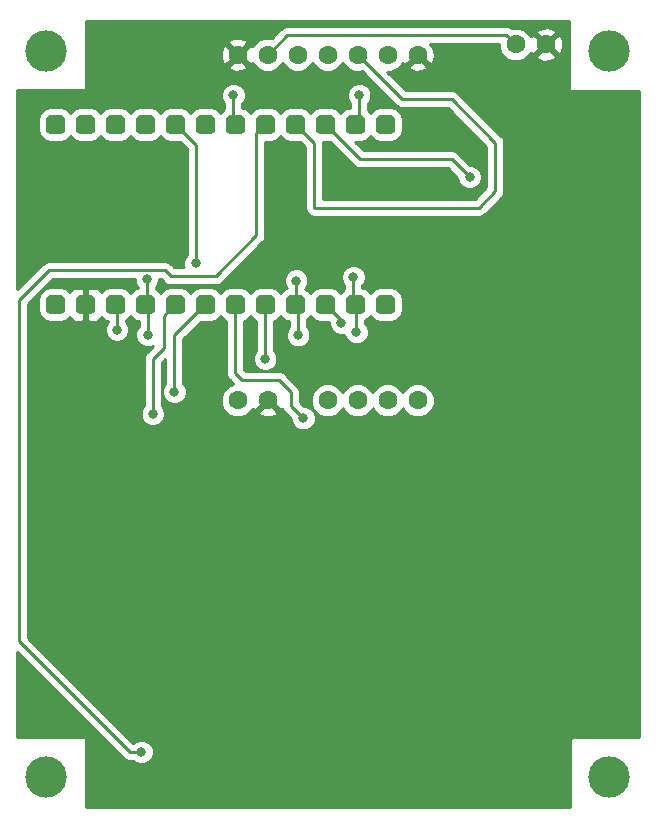
<source format=gbr>
G04 #@! TF.GenerationSoftware,KiCad,Pcbnew,5.0.2+dfsg1-1~bpo9+1*
G04 #@! TF.CreationDate,2019-06-22T18:26:22+01:00*
G04 #@! TF.ProjectId,arduboy_with_flashcart_port_smd,61726475-626f-4795-9f77-6974685f666c,rev?*
G04 #@! TF.SameCoordinates,Original*
G04 #@! TF.FileFunction,Copper,L2,Bot*
G04 #@! TF.FilePolarity,Positive*
%FSLAX46Y46*%
G04 Gerber Fmt 4.6, Leading zero omitted, Abs format (unit mm)*
G04 Created by KiCad (PCBNEW 5.0.2+dfsg1-1~bpo9+1) date Sat 22 Jun 2019 18:26:22 BST*
%MOMM*%
%LPD*%
G01*
G04 APERTURE LIST*
G04 #@! TA.AperFunction,ComponentPad*
%ADD10C,1.600000*%
G04 #@! TD*
G04 #@! TA.AperFunction,ComponentPad*
%ADD11C,3.500000*%
G04 #@! TD*
G04 #@! TA.AperFunction,Conductor*
%ADD12C,0.100000*%
G04 #@! TD*
G04 #@! TA.AperFunction,SMDPad,CuDef*
%ADD13C,1.600000*%
G04 #@! TD*
G04 #@! TA.AperFunction,ConnectorPad*
%ADD14C,1.600000*%
G04 #@! TD*
G04 #@! TA.AperFunction,ViaPad*
%ADD15C,0.800000*%
G04 #@! TD*
G04 #@! TA.AperFunction,Conductor*
%ADD16C,0.250000*%
G04 #@! TD*
G04 #@! TA.AperFunction,Conductor*
%ADD17C,0.254000*%
G04 #@! TD*
G04 APERTURE END LIST*
D10*
G04 #@! TO.P,U1,3*
G04 #@! TO.N,Net-(U1-Pad3)*
X213220300Y-88112600D03*
G04 #@! TO.P,U1,4*
G04 #@! TO.N,Net-(U1-Pad4)*
X215760300Y-88112600D03*
G04 #@! TO.P,U1,5*
G04 #@! TO.N,Net-(U1-Pad5)*
X218300300Y-88112600D03*
G04 #@! TO.P,U1,6*
G04 #@! TO.N,Net-(U1-Pad6)*
X220840300Y-88112600D03*
G04 #@! TO.P,U1,1*
G04 #@! TO.N,Net-(U1-Pad1)*
X205600300Y-88112600D03*
G04 #@! TO.P,U1,2*
G04 #@! TO.N,Net-(LS1-Pad1)*
X208140300Y-88112600D03*
G04 #@! TD*
G04 #@! TO.P,U4,4*
G04 #@! TO.N,Net-(U1-Pad5)*
X213220300Y-58851800D03*
G04 #@! TO.P,U4,3*
G04 #@! TO.N,Net-(U1-Pad4)*
X210680300Y-58851800D03*
G04 #@! TO.P,U4,2*
G04 #@! TO.N,Net-(U1-Pad1)*
X208140300Y-58851800D03*
G04 #@! TO.P,U4,1*
G04 #@! TO.N,Net-(LS1-Pad1)*
X205600300Y-58851800D03*
G04 #@! TO.P,U4,5*
G04 #@! TO.N,Net-(U3-Pad9)*
X215760300Y-58851800D03*
G04 #@! TO.P,U4,6*
G04 #@! TO.N,Net-(U3-Pad7)*
X218300300Y-58851800D03*
G04 #@! TO.P,U4,7*
G04 #@! TO.N,Net-(LS1-Pad1)*
X220840300Y-58851800D03*
G04 #@! TD*
D11*
G04 #@! TO.P,U2,1*
G04 #@! TO.N,Net-(U2-Pad1)*
X189395100Y-120015000D03*
G04 #@! TD*
G04 #@! TO.P,U5,1*
G04 #@! TO.N,Net-(U5-Pad1)*
X189395100Y-58547000D03*
G04 #@! TD*
G04 #@! TO.P,U6,1*
G04 #@! TO.N,Net-(U6-Pad1)*
X237070900Y-120015000D03*
G04 #@! TD*
G04 #@! TO.P,U7,1*
G04 #@! TO.N,Net-(U7-Pad1)*
X237070900Y-58521600D03*
G04 #@! TD*
D10*
G04 #@! TO.P,U8,1*
G04 #@! TO.N,Net-(LS1-Pad1)*
X231686100Y-57988200D03*
G04 #@! TO.P,U8,2*
G04 #@! TO.N,Net-(U1-Pad1)*
X229146100Y-57988200D03*
G04 #@! TD*
D12*
G04 #@! TO.N,Net-(U3-Pad1)*
G04 #@! TO.C,U3*
G36*
X190621707Y-63971926D02*
X190660536Y-63977686D01*
X190698614Y-63987224D01*
X190735573Y-64000448D01*
X190771059Y-64017231D01*
X190804728Y-64037412D01*
X190836257Y-64060796D01*
X190865343Y-64087157D01*
X190891704Y-64116243D01*
X190915088Y-64147772D01*
X190935269Y-64181441D01*
X190952052Y-64216927D01*
X190965276Y-64253886D01*
X190974814Y-64291964D01*
X190980574Y-64330793D01*
X190982500Y-64370000D01*
X190982500Y-65170000D01*
X190980574Y-65209207D01*
X190974814Y-65248036D01*
X190965276Y-65286114D01*
X190952052Y-65323073D01*
X190935269Y-65358559D01*
X190915088Y-65392228D01*
X190891704Y-65423757D01*
X190865343Y-65452843D01*
X190836257Y-65479204D01*
X190804728Y-65502588D01*
X190771059Y-65522769D01*
X190735573Y-65539552D01*
X190698614Y-65552776D01*
X190660536Y-65562314D01*
X190621707Y-65568074D01*
X190582500Y-65570000D01*
X189782500Y-65570000D01*
X189743293Y-65568074D01*
X189704464Y-65562314D01*
X189666386Y-65552776D01*
X189629427Y-65539552D01*
X189593941Y-65522769D01*
X189560272Y-65502588D01*
X189528743Y-65479204D01*
X189499657Y-65452843D01*
X189473296Y-65423757D01*
X189449912Y-65392228D01*
X189429731Y-65358559D01*
X189412948Y-65323073D01*
X189399724Y-65286114D01*
X189390186Y-65248036D01*
X189384426Y-65209207D01*
X189382500Y-65170000D01*
X189382500Y-64370000D01*
X189384426Y-64330793D01*
X189390186Y-64291964D01*
X189399724Y-64253886D01*
X189412948Y-64216927D01*
X189429731Y-64181441D01*
X189449912Y-64147772D01*
X189473296Y-64116243D01*
X189499657Y-64087157D01*
X189528743Y-64060796D01*
X189560272Y-64037412D01*
X189593941Y-64017231D01*
X189629427Y-64000448D01*
X189666386Y-63987224D01*
X189704464Y-63977686D01*
X189743293Y-63971926D01*
X189782500Y-63970000D01*
X190582500Y-63970000D01*
X190621707Y-63971926D01*
X190621707Y-63971926D01*
G37*
D13*
G04 #@! TD*
G04 #@! TO.P,U3,1*
G04 #@! TO.N,Net-(U3-Pad1)*
X190182500Y-64770000D03*
D12*
G04 #@! TO.N,Net-(U3-Pad2)*
G04 #@! TO.C,U3*
G36*
X193161707Y-63971926D02*
X193200536Y-63977686D01*
X193238614Y-63987224D01*
X193275573Y-64000448D01*
X193311059Y-64017231D01*
X193344728Y-64037412D01*
X193376257Y-64060796D01*
X193405343Y-64087157D01*
X193431704Y-64116243D01*
X193455088Y-64147772D01*
X193475269Y-64181441D01*
X193492052Y-64216927D01*
X193505276Y-64253886D01*
X193514814Y-64291964D01*
X193520574Y-64330793D01*
X193522500Y-64370000D01*
X193522500Y-65170000D01*
X193520574Y-65209207D01*
X193514814Y-65248036D01*
X193505276Y-65286114D01*
X193492052Y-65323073D01*
X193475269Y-65358559D01*
X193455088Y-65392228D01*
X193431704Y-65423757D01*
X193405343Y-65452843D01*
X193376257Y-65479204D01*
X193344728Y-65502588D01*
X193311059Y-65522769D01*
X193275573Y-65539552D01*
X193238614Y-65552776D01*
X193200536Y-65562314D01*
X193161707Y-65568074D01*
X193122500Y-65570000D01*
X192322500Y-65570000D01*
X192283293Y-65568074D01*
X192244464Y-65562314D01*
X192206386Y-65552776D01*
X192169427Y-65539552D01*
X192133941Y-65522769D01*
X192100272Y-65502588D01*
X192068743Y-65479204D01*
X192039657Y-65452843D01*
X192013296Y-65423757D01*
X191989912Y-65392228D01*
X191969731Y-65358559D01*
X191952948Y-65323073D01*
X191939724Y-65286114D01*
X191930186Y-65248036D01*
X191924426Y-65209207D01*
X191922500Y-65170000D01*
X191922500Y-64370000D01*
X191924426Y-64330793D01*
X191930186Y-64291964D01*
X191939724Y-64253886D01*
X191952948Y-64216927D01*
X191969731Y-64181441D01*
X191989912Y-64147772D01*
X192013296Y-64116243D01*
X192039657Y-64087157D01*
X192068743Y-64060796D01*
X192100272Y-64037412D01*
X192133941Y-64017231D01*
X192169427Y-64000448D01*
X192206386Y-63987224D01*
X192244464Y-63977686D01*
X192283293Y-63971926D01*
X192322500Y-63970000D01*
X193122500Y-63970000D01*
X193161707Y-63971926D01*
X193161707Y-63971926D01*
G37*
D13*
G04 #@! TD*
G04 #@! TO.P,U3,2*
G04 #@! TO.N,Net-(U3-Pad2)*
X192722500Y-64770000D03*
D12*
G04 #@! TO.N,Net-(U3-Pad3)*
G04 #@! TO.C,U3*
G36*
X195701707Y-63971926D02*
X195740536Y-63977686D01*
X195778614Y-63987224D01*
X195815573Y-64000448D01*
X195851059Y-64017231D01*
X195884728Y-64037412D01*
X195916257Y-64060796D01*
X195945343Y-64087157D01*
X195971704Y-64116243D01*
X195995088Y-64147772D01*
X196015269Y-64181441D01*
X196032052Y-64216927D01*
X196045276Y-64253886D01*
X196054814Y-64291964D01*
X196060574Y-64330793D01*
X196062500Y-64370000D01*
X196062500Y-65170000D01*
X196060574Y-65209207D01*
X196054814Y-65248036D01*
X196045276Y-65286114D01*
X196032052Y-65323073D01*
X196015269Y-65358559D01*
X195995088Y-65392228D01*
X195971704Y-65423757D01*
X195945343Y-65452843D01*
X195916257Y-65479204D01*
X195884728Y-65502588D01*
X195851059Y-65522769D01*
X195815573Y-65539552D01*
X195778614Y-65552776D01*
X195740536Y-65562314D01*
X195701707Y-65568074D01*
X195662500Y-65570000D01*
X194862500Y-65570000D01*
X194823293Y-65568074D01*
X194784464Y-65562314D01*
X194746386Y-65552776D01*
X194709427Y-65539552D01*
X194673941Y-65522769D01*
X194640272Y-65502588D01*
X194608743Y-65479204D01*
X194579657Y-65452843D01*
X194553296Y-65423757D01*
X194529912Y-65392228D01*
X194509731Y-65358559D01*
X194492948Y-65323073D01*
X194479724Y-65286114D01*
X194470186Y-65248036D01*
X194464426Y-65209207D01*
X194462500Y-65170000D01*
X194462500Y-64370000D01*
X194464426Y-64330793D01*
X194470186Y-64291964D01*
X194479724Y-64253886D01*
X194492948Y-64216927D01*
X194509731Y-64181441D01*
X194529912Y-64147772D01*
X194553296Y-64116243D01*
X194579657Y-64087157D01*
X194608743Y-64060796D01*
X194640272Y-64037412D01*
X194673941Y-64017231D01*
X194709427Y-64000448D01*
X194746386Y-63987224D01*
X194784464Y-63977686D01*
X194823293Y-63971926D01*
X194862500Y-63970000D01*
X195662500Y-63970000D01*
X195701707Y-63971926D01*
X195701707Y-63971926D01*
G37*
D13*
G04 #@! TD*
G04 #@! TO.P,U3,3*
G04 #@! TO.N,Net-(U3-Pad3)*
X195262500Y-64770000D03*
D12*
G04 #@! TO.N,Net-(U3-Pad4)*
G04 #@! TO.C,U3*
G36*
X198241707Y-63971926D02*
X198280536Y-63977686D01*
X198318614Y-63987224D01*
X198355573Y-64000448D01*
X198391059Y-64017231D01*
X198424728Y-64037412D01*
X198456257Y-64060796D01*
X198485343Y-64087157D01*
X198511704Y-64116243D01*
X198535088Y-64147772D01*
X198555269Y-64181441D01*
X198572052Y-64216927D01*
X198585276Y-64253886D01*
X198594814Y-64291964D01*
X198600574Y-64330793D01*
X198602500Y-64370000D01*
X198602500Y-65170000D01*
X198600574Y-65209207D01*
X198594814Y-65248036D01*
X198585276Y-65286114D01*
X198572052Y-65323073D01*
X198555269Y-65358559D01*
X198535088Y-65392228D01*
X198511704Y-65423757D01*
X198485343Y-65452843D01*
X198456257Y-65479204D01*
X198424728Y-65502588D01*
X198391059Y-65522769D01*
X198355573Y-65539552D01*
X198318614Y-65552776D01*
X198280536Y-65562314D01*
X198241707Y-65568074D01*
X198202500Y-65570000D01*
X197402500Y-65570000D01*
X197363293Y-65568074D01*
X197324464Y-65562314D01*
X197286386Y-65552776D01*
X197249427Y-65539552D01*
X197213941Y-65522769D01*
X197180272Y-65502588D01*
X197148743Y-65479204D01*
X197119657Y-65452843D01*
X197093296Y-65423757D01*
X197069912Y-65392228D01*
X197049731Y-65358559D01*
X197032948Y-65323073D01*
X197019724Y-65286114D01*
X197010186Y-65248036D01*
X197004426Y-65209207D01*
X197002500Y-65170000D01*
X197002500Y-64370000D01*
X197004426Y-64330793D01*
X197010186Y-64291964D01*
X197019724Y-64253886D01*
X197032948Y-64216927D01*
X197049731Y-64181441D01*
X197069912Y-64147772D01*
X197093296Y-64116243D01*
X197119657Y-64087157D01*
X197148743Y-64060796D01*
X197180272Y-64037412D01*
X197213941Y-64017231D01*
X197249427Y-64000448D01*
X197286386Y-63987224D01*
X197324464Y-63977686D01*
X197363293Y-63971926D01*
X197402500Y-63970000D01*
X198202500Y-63970000D01*
X198241707Y-63971926D01*
X198241707Y-63971926D01*
G37*
D13*
G04 #@! TD*
G04 #@! TO.P,U3,4*
G04 #@! TO.N,Net-(U3-Pad4)*
X197802500Y-64770000D03*
D12*
G04 #@! TO.N,Net-(U1-Pad3)*
G04 #@! TO.C,U3*
G36*
X200781707Y-63971926D02*
X200820536Y-63977686D01*
X200858614Y-63987224D01*
X200895573Y-64000448D01*
X200931059Y-64017231D01*
X200964728Y-64037412D01*
X200996257Y-64060796D01*
X201025343Y-64087157D01*
X201051704Y-64116243D01*
X201075088Y-64147772D01*
X201095269Y-64181441D01*
X201112052Y-64216927D01*
X201125276Y-64253886D01*
X201134814Y-64291964D01*
X201140574Y-64330793D01*
X201142500Y-64370000D01*
X201142500Y-65170000D01*
X201140574Y-65209207D01*
X201134814Y-65248036D01*
X201125276Y-65286114D01*
X201112052Y-65323073D01*
X201095269Y-65358559D01*
X201075088Y-65392228D01*
X201051704Y-65423757D01*
X201025343Y-65452843D01*
X200996257Y-65479204D01*
X200964728Y-65502588D01*
X200931059Y-65522769D01*
X200895573Y-65539552D01*
X200858614Y-65552776D01*
X200820536Y-65562314D01*
X200781707Y-65568074D01*
X200742500Y-65570000D01*
X199942500Y-65570000D01*
X199903293Y-65568074D01*
X199864464Y-65562314D01*
X199826386Y-65552776D01*
X199789427Y-65539552D01*
X199753941Y-65522769D01*
X199720272Y-65502588D01*
X199688743Y-65479204D01*
X199659657Y-65452843D01*
X199633296Y-65423757D01*
X199609912Y-65392228D01*
X199589731Y-65358559D01*
X199572948Y-65323073D01*
X199559724Y-65286114D01*
X199550186Y-65248036D01*
X199544426Y-65209207D01*
X199542500Y-65170000D01*
X199542500Y-64370000D01*
X199544426Y-64330793D01*
X199550186Y-64291964D01*
X199559724Y-64253886D01*
X199572948Y-64216927D01*
X199589731Y-64181441D01*
X199609912Y-64147772D01*
X199633296Y-64116243D01*
X199659657Y-64087157D01*
X199688743Y-64060796D01*
X199720272Y-64037412D01*
X199753941Y-64017231D01*
X199789427Y-64000448D01*
X199826386Y-63987224D01*
X199864464Y-63977686D01*
X199903293Y-63971926D01*
X199942500Y-63970000D01*
X200742500Y-63970000D01*
X200781707Y-63971926D01*
X200781707Y-63971926D01*
G37*
D13*
G04 #@! TD*
G04 #@! TO.P,U3,5*
G04 #@! TO.N,Net-(U1-Pad3)*
X200342500Y-64770000D03*
D12*
G04 #@! TO.N,Net-(U3-Pad6)*
G04 #@! TO.C,U3*
G36*
X203321707Y-63971926D02*
X203360536Y-63977686D01*
X203398614Y-63987224D01*
X203435573Y-64000448D01*
X203471059Y-64017231D01*
X203504728Y-64037412D01*
X203536257Y-64060796D01*
X203565343Y-64087157D01*
X203591704Y-64116243D01*
X203615088Y-64147772D01*
X203635269Y-64181441D01*
X203652052Y-64216927D01*
X203665276Y-64253886D01*
X203674814Y-64291964D01*
X203680574Y-64330793D01*
X203682500Y-64370000D01*
X203682500Y-65170000D01*
X203680574Y-65209207D01*
X203674814Y-65248036D01*
X203665276Y-65286114D01*
X203652052Y-65323073D01*
X203635269Y-65358559D01*
X203615088Y-65392228D01*
X203591704Y-65423757D01*
X203565343Y-65452843D01*
X203536257Y-65479204D01*
X203504728Y-65502588D01*
X203471059Y-65522769D01*
X203435573Y-65539552D01*
X203398614Y-65552776D01*
X203360536Y-65562314D01*
X203321707Y-65568074D01*
X203282500Y-65570000D01*
X202482500Y-65570000D01*
X202443293Y-65568074D01*
X202404464Y-65562314D01*
X202366386Y-65552776D01*
X202329427Y-65539552D01*
X202293941Y-65522769D01*
X202260272Y-65502588D01*
X202228743Y-65479204D01*
X202199657Y-65452843D01*
X202173296Y-65423757D01*
X202149912Y-65392228D01*
X202129731Y-65358559D01*
X202112948Y-65323073D01*
X202099724Y-65286114D01*
X202090186Y-65248036D01*
X202084426Y-65209207D01*
X202082500Y-65170000D01*
X202082500Y-64370000D01*
X202084426Y-64330793D01*
X202090186Y-64291964D01*
X202099724Y-64253886D01*
X202112948Y-64216927D01*
X202129731Y-64181441D01*
X202149912Y-64147772D01*
X202173296Y-64116243D01*
X202199657Y-64087157D01*
X202228743Y-64060796D01*
X202260272Y-64037412D01*
X202293941Y-64017231D01*
X202329427Y-64000448D01*
X202366386Y-63987224D01*
X202404464Y-63977686D01*
X202443293Y-63971926D01*
X202482500Y-63970000D01*
X203282500Y-63970000D01*
X203321707Y-63971926D01*
X203321707Y-63971926D01*
G37*
D13*
G04 #@! TD*
G04 #@! TO.P,U3,6*
G04 #@! TO.N,Net-(U3-Pad6)*
X202882500Y-64770000D03*
D12*
G04 #@! TO.N,Net-(U3-Pad7)*
G04 #@! TO.C,U3*
G36*
X205861707Y-63971926D02*
X205900536Y-63977686D01*
X205938614Y-63987224D01*
X205975573Y-64000448D01*
X206011059Y-64017231D01*
X206044728Y-64037412D01*
X206076257Y-64060796D01*
X206105343Y-64087157D01*
X206131704Y-64116243D01*
X206155088Y-64147772D01*
X206175269Y-64181441D01*
X206192052Y-64216927D01*
X206205276Y-64253886D01*
X206214814Y-64291964D01*
X206220574Y-64330793D01*
X206222500Y-64370000D01*
X206222500Y-65170000D01*
X206220574Y-65209207D01*
X206214814Y-65248036D01*
X206205276Y-65286114D01*
X206192052Y-65323073D01*
X206175269Y-65358559D01*
X206155088Y-65392228D01*
X206131704Y-65423757D01*
X206105343Y-65452843D01*
X206076257Y-65479204D01*
X206044728Y-65502588D01*
X206011059Y-65522769D01*
X205975573Y-65539552D01*
X205938614Y-65552776D01*
X205900536Y-65562314D01*
X205861707Y-65568074D01*
X205822500Y-65570000D01*
X205022500Y-65570000D01*
X204983293Y-65568074D01*
X204944464Y-65562314D01*
X204906386Y-65552776D01*
X204869427Y-65539552D01*
X204833941Y-65522769D01*
X204800272Y-65502588D01*
X204768743Y-65479204D01*
X204739657Y-65452843D01*
X204713296Y-65423757D01*
X204689912Y-65392228D01*
X204669731Y-65358559D01*
X204652948Y-65323073D01*
X204639724Y-65286114D01*
X204630186Y-65248036D01*
X204624426Y-65209207D01*
X204622500Y-65170000D01*
X204622500Y-64370000D01*
X204624426Y-64330793D01*
X204630186Y-64291964D01*
X204639724Y-64253886D01*
X204652948Y-64216927D01*
X204669731Y-64181441D01*
X204689912Y-64147772D01*
X204713296Y-64116243D01*
X204739657Y-64087157D01*
X204768743Y-64060796D01*
X204800272Y-64037412D01*
X204833941Y-64017231D01*
X204869427Y-64000448D01*
X204906386Y-63987224D01*
X204944464Y-63977686D01*
X204983293Y-63971926D01*
X205022500Y-63970000D01*
X205822500Y-63970000D01*
X205861707Y-63971926D01*
X205861707Y-63971926D01*
G37*
D13*
G04 #@! TD*
G04 #@! TO.P,U3,7*
G04 #@! TO.N,Net-(U3-Pad7)*
X205422500Y-64770000D03*
D12*
G04 #@! TO.N,Net-(SW1-Pad1)*
G04 #@! TO.C,U3*
G36*
X208401707Y-63971926D02*
X208440536Y-63977686D01*
X208478614Y-63987224D01*
X208515573Y-64000448D01*
X208551059Y-64017231D01*
X208584728Y-64037412D01*
X208616257Y-64060796D01*
X208645343Y-64087157D01*
X208671704Y-64116243D01*
X208695088Y-64147772D01*
X208715269Y-64181441D01*
X208732052Y-64216927D01*
X208745276Y-64253886D01*
X208754814Y-64291964D01*
X208760574Y-64330793D01*
X208762500Y-64370000D01*
X208762500Y-65170000D01*
X208760574Y-65209207D01*
X208754814Y-65248036D01*
X208745276Y-65286114D01*
X208732052Y-65323073D01*
X208715269Y-65358559D01*
X208695088Y-65392228D01*
X208671704Y-65423757D01*
X208645343Y-65452843D01*
X208616257Y-65479204D01*
X208584728Y-65502588D01*
X208551059Y-65522769D01*
X208515573Y-65539552D01*
X208478614Y-65552776D01*
X208440536Y-65562314D01*
X208401707Y-65568074D01*
X208362500Y-65570000D01*
X207562500Y-65570000D01*
X207523293Y-65568074D01*
X207484464Y-65562314D01*
X207446386Y-65552776D01*
X207409427Y-65539552D01*
X207373941Y-65522769D01*
X207340272Y-65502588D01*
X207308743Y-65479204D01*
X207279657Y-65452843D01*
X207253296Y-65423757D01*
X207229912Y-65392228D01*
X207209731Y-65358559D01*
X207192948Y-65323073D01*
X207179724Y-65286114D01*
X207170186Y-65248036D01*
X207164426Y-65209207D01*
X207162500Y-65170000D01*
X207162500Y-64370000D01*
X207164426Y-64330793D01*
X207170186Y-64291964D01*
X207179724Y-64253886D01*
X207192948Y-64216927D01*
X207209731Y-64181441D01*
X207229912Y-64147772D01*
X207253296Y-64116243D01*
X207279657Y-64087157D01*
X207308743Y-64060796D01*
X207340272Y-64037412D01*
X207373941Y-64017231D01*
X207409427Y-64000448D01*
X207446386Y-63987224D01*
X207484464Y-63977686D01*
X207523293Y-63971926D01*
X207562500Y-63970000D01*
X208362500Y-63970000D01*
X208401707Y-63971926D01*
X208401707Y-63971926D01*
G37*
D13*
G04 #@! TD*
G04 #@! TO.P,U3,8*
G04 #@! TO.N,Net-(SW1-Pad1)*
X207962500Y-64770000D03*
D12*
G04 #@! TO.N,Net-(U3-Pad9)*
G04 #@! TO.C,U3*
G36*
X210941707Y-63971926D02*
X210980536Y-63977686D01*
X211018614Y-63987224D01*
X211055573Y-64000448D01*
X211091059Y-64017231D01*
X211124728Y-64037412D01*
X211156257Y-64060796D01*
X211185343Y-64087157D01*
X211211704Y-64116243D01*
X211235088Y-64147772D01*
X211255269Y-64181441D01*
X211272052Y-64216927D01*
X211285276Y-64253886D01*
X211294814Y-64291964D01*
X211300574Y-64330793D01*
X211302500Y-64370000D01*
X211302500Y-65170000D01*
X211300574Y-65209207D01*
X211294814Y-65248036D01*
X211285276Y-65286114D01*
X211272052Y-65323073D01*
X211255269Y-65358559D01*
X211235088Y-65392228D01*
X211211704Y-65423757D01*
X211185343Y-65452843D01*
X211156257Y-65479204D01*
X211124728Y-65502588D01*
X211091059Y-65522769D01*
X211055573Y-65539552D01*
X211018614Y-65552776D01*
X210980536Y-65562314D01*
X210941707Y-65568074D01*
X210902500Y-65570000D01*
X210102500Y-65570000D01*
X210063293Y-65568074D01*
X210024464Y-65562314D01*
X209986386Y-65552776D01*
X209949427Y-65539552D01*
X209913941Y-65522769D01*
X209880272Y-65502588D01*
X209848743Y-65479204D01*
X209819657Y-65452843D01*
X209793296Y-65423757D01*
X209769912Y-65392228D01*
X209749731Y-65358559D01*
X209732948Y-65323073D01*
X209719724Y-65286114D01*
X209710186Y-65248036D01*
X209704426Y-65209207D01*
X209702500Y-65170000D01*
X209702500Y-64370000D01*
X209704426Y-64330793D01*
X209710186Y-64291964D01*
X209719724Y-64253886D01*
X209732948Y-64216927D01*
X209749731Y-64181441D01*
X209769912Y-64147772D01*
X209793296Y-64116243D01*
X209819657Y-64087157D01*
X209848743Y-64060796D01*
X209880272Y-64037412D01*
X209913941Y-64017231D01*
X209949427Y-64000448D01*
X209986386Y-63987224D01*
X210024464Y-63977686D01*
X210063293Y-63971926D01*
X210102500Y-63970000D01*
X210902500Y-63970000D01*
X210941707Y-63971926D01*
X210941707Y-63971926D01*
G37*
D13*
G04 #@! TD*
G04 #@! TO.P,U3,9*
G04 #@! TO.N,Net-(U3-Pad9)*
X210502500Y-64770000D03*
D12*
G04 #@! TO.N,Net-(SW7-Pad2)*
G04 #@! TO.C,U3*
G36*
X213481707Y-63971926D02*
X213520536Y-63977686D01*
X213558614Y-63987224D01*
X213595573Y-64000448D01*
X213631059Y-64017231D01*
X213664728Y-64037412D01*
X213696257Y-64060796D01*
X213725343Y-64087157D01*
X213751704Y-64116243D01*
X213775088Y-64147772D01*
X213795269Y-64181441D01*
X213812052Y-64216927D01*
X213825276Y-64253886D01*
X213834814Y-64291964D01*
X213840574Y-64330793D01*
X213842500Y-64370000D01*
X213842500Y-65170000D01*
X213840574Y-65209207D01*
X213834814Y-65248036D01*
X213825276Y-65286114D01*
X213812052Y-65323073D01*
X213795269Y-65358559D01*
X213775088Y-65392228D01*
X213751704Y-65423757D01*
X213725343Y-65452843D01*
X213696257Y-65479204D01*
X213664728Y-65502588D01*
X213631059Y-65522769D01*
X213595573Y-65539552D01*
X213558614Y-65552776D01*
X213520536Y-65562314D01*
X213481707Y-65568074D01*
X213442500Y-65570000D01*
X212642500Y-65570000D01*
X212603293Y-65568074D01*
X212564464Y-65562314D01*
X212526386Y-65552776D01*
X212489427Y-65539552D01*
X212453941Y-65522769D01*
X212420272Y-65502588D01*
X212388743Y-65479204D01*
X212359657Y-65452843D01*
X212333296Y-65423757D01*
X212309912Y-65392228D01*
X212289731Y-65358559D01*
X212272948Y-65323073D01*
X212259724Y-65286114D01*
X212250186Y-65248036D01*
X212244426Y-65209207D01*
X212242500Y-65170000D01*
X212242500Y-64370000D01*
X212244426Y-64330793D01*
X212250186Y-64291964D01*
X212259724Y-64253886D01*
X212272948Y-64216927D01*
X212289731Y-64181441D01*
X212309912Y-64147772D01*
X212333296Y-64116243D01*
X212359657Y-64087157D01*
X212388743Y-64060796D01*
X212420272Y-64037412D01*
X212453941Y-64017231D01*
X212489427Y-64000448D01*
X212526386Y-63987224D01*
X212564464Y-63977686D01*
X212603293Y-63971926D01*
X212642500Y-63970000D01*
X213442500Y-63970000D01*
X213481707Y-63971926D01*
X213481707Y-63971926D01*
G37*
D13*
G04 #@! TD*
G04 #@! TO.P,U3,10*
G04 #@! TO.N,Net-(SW7-Pad2)*
X213042500Y-64770000D03*
D12*
G04 #@! TO.N,Net-(SW6-Pad2)*
G04 #@! TO.C,U3*
G36*
X216021707Y-63971926D02*
X216060536Y-63977686D01*
X216098614Y-63987224D01*
X216135573Y-64000448D01*
X216171059Y-64017231D01*
X216204728Y-64037412D01*
X216236257Y-64060796D01*
X216265343Y-64087157D01*
X216291704Y-64116243D01*
X216315088Y-64147772D01*
X216335269Y-64181441D01*
X216352052Y-64216927D01*
X216365276Y-64253886D01*
X216374814Y-64291964D01*
X216380574Y-64330793D01*
X216382500Y-64370000D01*
X216382500Y-65170000D01*
X216380574Y-65209207D01*
X216374814Y-65248036D01*
X216365276Y-65286114D01*
X216352052Y-65323073D01*
X216335269Y-65358559D01*
X216315088Y-65392228D01*
X216291704Y-65423757D01*
X216265343Y-65452843D01*
X216236257Y-65479204D01*
X216204728Y-65502588D01*
X216171059Y-65522769D01*
X216135573Y-65539552D01*
X216098614Y-65552776D01*
X216060536Y-65562314D01*
X216021707Y-65568074D01*
X215982500Y-65570000D01*
X215182500Y-65570000D01*
X215143293Y-65568074D01*
X215104464Y-65562314D01*
X215066386Y-65552776D01*
X215029427Y-65539552D01*
X214993941Y-65522769D01*
X214960272Y-65502588D01*
X214928743Y-65479204D01*
X214899657Y-65452843D01*
X214873296Y-65423757D01*
X214849912Y-65392228D01*
X214829731Y-65358559D01*
X214812948Y-65323073D01*
X214799724Y-65286114D01*
X214790186Y-65248036D01*
X214784426Y-65209207D01*
X214782500Y-65170000D01*
X214782500Y-64370000D01*
X214784426Y-64330793D01*
X214790186Y-64291964D01*
X214799724Y-64253886D01*
X214812948Y-64216927D01*
X214829731Y-64181441D01*
X214849912Y-64147772D01*
X214873296Y-64116243D01*
X214899657Y-64087157D01*
X214928743Y-64060796D01*
X214960272Y-64037412D01*
X214993941Y-64017231D01*
X215029427Y-64000448D01*
X215066386Y-63987224D01*
X215104464Y-63977686D01*
X215143293Y-63971926D01*
X215182500Y-63970000D01*
X215982500Y-63970000D01*
X216021707Y-63971926D01*
X216021707Y-63971926D01*
G37*
D13*
G04 #@! TD*
G04 #@! TO.P,U3,11*
G04 #@! TO.N,Net-(SW6-Pad2)*
X215582500Y-64770000D03*
D12*
G04 #@! TO.N,Net-(U3-Pad12)*
G04 #@! TO.C,U3*
G36*
X218561707Y-63971926D02*
X218600536Y-63977686D01*
X218638614Y-63987224D01*
X218675573Y-64000448D01*
X218711059Y-64017231D01*
X218744728Y-64037412D01*
X218776257Y-64060796D01*
X218805343Y-64087157D01*
X218831704Y-64116243D01*
X218855088Y-64147772D01*
X218875269Y-64181441D01*
X218892052Y-64216927D01*
X218905276Y-64253886D01*
X218914814Y-64291964D01*
X218920574Y-64330793D01*
X218922500Y-64370000D01*
X218922500Y-65170000D01*
X218920574Y-65209207D01*
X218914814Y-65248036D01*
X218905276Y-65286114D01*
X218892052Y-65323073D01*
X218875269Y-65358559D01*
X218855088Y-65392228D01*
X218831704Y-65423757D01*
X218805343Y-65452843D01*
X218776257Y-65479204D01*
X218744728Y-65502588D01*
X218711059Y-65522769D01*
X218675573Y-65539552D01*
X218638614Y-65552776D01*
X218600536Y-65562314D01*
X218561707Y-65568074D01*
X218522500Y-65570000D01*
X217722500Y-65570000D01*
X217683293Y-65568074D01*
X217644464Y-65562314D01*
X217606386Y-65552776D01*
X217569427Y-65539552D01*
X217533941Y-65522769D01*
X217500272Y-65502588D01*
X217468743Y-65479204D01*
X217439657Y-65452843D01*
X217413296Y-65423757D01*
X217389912Y-65392228D01*
X217369731Y-65358559D01*
X217352948Y-65323073D01*
X217339724Y-65286114D01*
X217330186Y-65248036D01*
X217324426Y-65209207D01*
X217322500Y-65170000D01*
X217322500Y-64370000D01*
X217324426Y-64330793D01*
X217330186Y-64291964D01*
X217339724Y-64253886D01*
X217352948Y-64216927D01*
X217369731Y-64181441D01*
X217389912Y-64147772D01*
X217413296Y-64116243D01*
X217439657Y-64087157D01*
X217468743Y-64060796D01*
X217500272Y-64037412D01*
X217533941Y-64017231D01*
X217569427Y-64000448D01*
X217606386Y-63987224D01*
X217644464Y-63977686D01*
X217683293Y-63971926D01*
X217722500Y-63970000D01*
X218522500Y-63970000D01*
X218561707Y-63971926D01*
X218561707Y-63971926D01*
G37*
D13*
G04 #@! TD*
G04 #@! TO.P,U3,12*
G04 #@! TO.N,Net-(U3-Pad12)*
X218122500Y-64770000D03*
D12*
G04 #@! TO.N,Net-(U3-Pad13)*
G04 #@! TO.C,U3*
G36*
X218561707Y-79211926D02*
X218600536Y-79217686D01*
X218638614Y-79227224D01*
X218675573Y-79240448D01*
X218711059Y-79257231D01*
X218744728Y-79277412D01*
X218776257Y-79300796D01*
X218805343Y-79327157D01*
X218831704Y-79356243D01*
X218855088Y-79387772D01*
X218875269Y-79421441D01*
X218892052Y-79456927D01*
X218905276Y-79493886D01*
X218914814Y-79531964D01*
X218920574Y-79570793D01*
X218922500Y-79610000D01*
X218922500Y-80410000D01*
X218920574Y-80449207D01*
X218914814Y-80488036D01*
X218905276Y-80526114D01*
X218892052Y-80563073D01*
X218875269Y-80598559D01*
X218855088Y-80632228D01*
X218831704Y-80663757D01*
X218805343Y-80692843D01*
X218776257Y-80719204D01*
X218744728Y-80742588D01*
X218711059Y-80762769D01*
X218675573Y-80779552D01*
X218638614Y-80792776D01*
X218600536Y-80802314D01*
X218561707Y-80808074D01*
X218522500Y-80810000D01*
X217722500Y-80810000D01*
X217683293Y-80808074D01*
X217644464Y-80802314D01*
X217606386Y-80792776D01*
X217569427Y-80779552D01*
X217533941Y-80762769D01*
X217500272Y-80742588D01*
X217468743Y-80719204D01*
X217439657Y-80692843D01*
X217413296Y-80663757D01*
X217389912Y-80632228D01*
X217369731Y-80598559D01*
X217352948Y-80563073D01*
X217339724Y-80526114D01*
X217330186Y-80488036D01*
X217324426Y-80449207D01*
X217322500Y-80410000D01*
X217322500Y-79610000D01*
X217324426Y-79570793D01*
X217330186Y-79531964D01*
X217339724Y-79493886D01*
X217352948Y-79456927D01*
X217369731Y-79421441D01*
X217389912Y-79387772D01*
X217413296Y-79356243D01*
X217439657Y-79327157D01*
X217468743Y-79300796D01*
X217500272Y-79277412D01*
X217533941Y-79257231D01*
X217569427Y-79240448D01*
X217606386Y-79227224D01*
X217644464Y-79217686D01*
X217683293Y-79211926D01*
X217722500Y-79210000D01*
X218522500Y-79210000D01*
X218561707Y-79211926D01*
X218561707Y-79211926D01*
G37*
D13*
G04 #@! TD*
G04 #@! TO.P,U3,13*
G04 #@! TO.N,Net-(U3-Pad13)*
X218122500Y-80010000D03*
D12*
G04 #@! TO.N,Net-(U1-Pad5)*
G04 #@! TO.C,U3*
G36*
X216021707Y-79211926D02*
X216060536Y-79217686D01*
X216098614Y-79227224D01*
X216135573Y-79240448D01*
X216171059Y-79257231D01*
X216204728Y-79277412D01*
X216236257Y-79300796D01*
X216265343Y-79327157D01*
X216291704Y-79356243D01*
X216315088Y-79387772D01*
X216335269Y-79421441D01*
X216352052Y-79456927D01*
X216365276Y-79493886D01*
X216374814Y-79531964D01*
X216380574Y-79570793D01*
X216382500Y-79610000D01*
X216382500Y-80410000D01*
X216380574Y-80449207D01*
X216374814Y-80488036D01*
X216365276Y-80526114D01*
X216352052Y-80563073D01*
X216335269Y-80598559D01*
X216315088Y-80632228D01*
X216291704Y-80663757D01*
X216265343Y-80692843D01*
X216236257Y-80719204D01*
X216204728Y-80742588D01*
X216171059Y-80762769D01*
X216135573Y-80779552D01*
X216098614Y-80792776D01*
X216060536Y-80802314D01*
X216021707Y-80808074D01*
X215982500Y-80810000D01*
X215182500Y-80810000D01*
X215143293Y-80808074D01*
X215104464Y-80802314D01*
X215066386Y-80792776D01*
X215029427Y-80779552D01*
X214993941Y-80762769D01*
X214960272Y-80742588D01*
X214928743Y-80719204D01*
X214899657Y-80692843D01*
X214873296Y-80663757D01*
X214849912Y-80632228D01*
X214829731Y-80598559D01*
X214812948Y-80563073D01*
X214799724Y-80526114D01*
X214790186Y-80488036D01*
X214784426Y-80449207D01*
X214782500Y-80410000D01*
X214782500Y-79610000D01*
X214784426Y-79570793D01*
X214790186Y-79531964D01*
X214799724Y-79493886D01*
X214812948Y-79456927D01*
X214829731Y-79421441D01*
X214849912Y-79387772D01*
X214873296Y-79356243D01*
X214899657Y-79327157D01*
X214928743Y-79300796D01*
X214960272Y-79277412D01*
X214993941Y-79257231D01*
X215029427Y-79240448D01*
X215066386Y-79227224D01*
X215104464Y-79217686D01*
X215143293Y-79211926D01*
X215182500Y-79210000D01*
X215982500Y-79210000D01*
X216021707Y-79211926D01*
X216021707Y-79211926D01*
G37*
D13*
G04 #@! TD*
G04 #@! TO.P,U3,14*
G04 #@! TO.N,Net-(U1-Pad5)*
X215582500Y-80010000D03*
D12*
G04 #@! TO.N,Net-(U1-Pad6)*
G04 #@! TO.C,U3*
G36*
X213481707Y-79211926D02*
X213520536Y-79217686D01*
X213558614Y-79227224D01*
X213595573Y-79240448D01*
X213631059Y-79257231D01*
X213664728Y-79277412D01*
X213696257Y-79300796D01*
X213725343Y-79327157D01*
X213751704Y-79356243D01*
X213775088Y-79387772D01*
X213795269Y-79421441D01*
X213812052Y-79456927D01*
X213825276Y-79493886D01*
X213834814Y-79531964D01*
X213840574Y-79570793D01*
X213842500Y-79610000D01*
X213842500Y-80410000D01*
X213840574Y-80449207D01*
X213834814Y-80488036D01*
X213825276Y-80526114D01*
X213812052Y-80563073D01*
X213795269Y-80598559D01*
X213775088Y-80632228D01*
X213751704Y-80663757D01*
X213725343Y-80692843D01*
X213696257Y-80719204D01*
X213664728Y-80742588D01*
X213631059Y-80762769D01*
X213595573Y-80779552D01*
X213558614Y-80792776D01*
X213520536Y-80802314D01*
X213481707Y-80808074D01*
X213442500Y-80810000D01*
X212642500Y-80810000D01*
X212603293Y-80808074D01*
X212564464Y-80802314D01*
X212526386Y-80792776D01*
X212489427Y-80779552D01*
X212453941Y-80762769D01*
X212420272Y-80742588D01*
X212388743Y-80719204D01*
X212359657Y-80692843D01*
X212333296Y-80663757D01*
X212309912Y-80632228D01*
X212289731Y-80598559D01*
X212272948Y-80563073D01*
X212259724Y-80526114D01*
X212250186Y-80488036D01*
X212244426Y-80449207D01*
X212242500Y-80410000D01*
X212242500Y-79610000D01*
X212244426Y-79570793D01*
X212250186Y-79531964D01*
X212259724Y-79493886D01*
X212272948Y-79456927D01*
X212289731Y-79421441D01*
X212309912Y-79387772D01*
X212333296Y-79356243D01*
X212359657Y-79327157D01*
X212388743Y-79300796D01*
X212420272Y-79277412D01*
X212453941Y-79257231D01*
X212489427Y-79240448D01*
X212526386Y-79227224D01*
X212564464Y-79217686D01*
X212603293Y-79211926D01*
X212642500Y-79210000D01*
X213442500Y-79210000D01*
X213481707Y-79211926D01*
X213481707Y-79211926D01*
G37*
D14*
G04 #@! TD*
G04 #@! TO.P,U3,15*
G04 #@! TO.N,Net-(U1-Pad6)*
X213042500Y-80010000D03*
D12*
G04 #@! TO.N,Net-(U1-Pad4)*
G04 #@! TO.C,U3*
G36*
X210941707Y-79211926D02*
X210980536Y-79217686D01*
X211018614Y-79227224D01*
X211055573Y-79240448D01*
X211091059Y-79257231D01*
X211124728Y-79277412D01*
X211156257Y-79300796D01*
X211185343Y-79327157D01*
X211211704Y-79356243D01*
X211235088Y-79387772D01*
X211255269Y-79421441D01*
X211272052Y-79456927D01*
X211285276Y-79493886D01*
X211294814Y-79531964D01*
X211300574Y-79570793D01*
X211302500Y-79610000D01*
X211302500Y-80410000D01*
X211300574Y-80449207D01*
X211294814Y-80488036D01*
X211285276Y-80526114D01*
X211272052Y-80563073D01*
X211255269Y-80598559D01*
X211235088Y-80632228D01*
X211211704Y-80663757D01*
X211185343Y-80692843D01*
X211156257Y-80719204D01*
X211124728Y-80742588D01*
X211091059Y-80762769D01*
X211055573Y-80779552D01*
X211018614Y-80792776D01*
X210980536Y-80802314D01*
X210941707Y-80808074D01*
X210902500Y-80810000D01*
X210102500Y-80810000D01*
X210063293Y-80808074D01*
X210024464Y-80802314D01*
X209986386Y-80792776D01*
X209949427Y-80779552D01*
X209913941Y-80762769D01*
X209880272Y-80742588D01*
X209848743Y-80719204D01*
X209819657Y-80692843D01*
X209793296Y-80663757D01*
X209769912Y-80632228D01*
X209749731Y-80598559D01*
X209732948Y-80563073D01*
X209719724Y-80526114D01*
X209710186Y-80488036D01*
X209704426Y-80449207D01*
X209702500Y-80410000D01*
X209702500Y-79610000D01*
X209704426Y-79570793D01*
X209710186Y-79531964D01*
X209719724Y-79493886D01*
X209732948Y-79456927D01*
X209749731Y-79421441D01*
X209769912Y-79387772D01*
X209793296Y-79356243D01*
X209819657Y-79327157D01*
X209848743Y-79300796D01*
X209880272Y-79277412D01*
X209913941Y-79257231D01*
X209949427Y-79240448D01*
X209986386Y-79227224D01*
X210024464Y-79217686D01*
X210063293Y-79211926D01*
X210102500Y-79210000D01*
X210902500Y-79210000D01*
X210941707Y-79211926D01*
X210941707Y-79211926D01*
G37*
D13*
G04 #@! TD*
G04 #@! TO.P,U3,16*
G04 #@! TO.N,Net-(U1-Pad4)*
X210502500Y-80010000D03*
D12*
G04 #@! TO.N,Net-(SW3-Pad2)*
G04 #@! TO.C,U3*
G36*
X208401707Y-79211926D02*
X208440536Y-79217686D01*
X208478614Y-79227224D01*
X208515573Y-79240448D01*
X208551059Y-79257231D01*
X208584728Y-79277412D01*
X208616257Y-79300796D01*
X208645343Y-79327157D01*
X208671704Y-79356243D01*
X208695088Y-79387772D01*
X208715269Y-79421441D01*
X208732052Y-79456927D01*
X208745276Y-79493886D01*
X208754814Y-79531964D01*
X208760574Y-79570793D01*
X208762500Y-79610000D01*
X208762500Y-80410000D01*
X208760574Y-80449207D01*
X208754814Y-80488036D01*
X208745276Y-80526114D01*
X208732052Y-80563073D01*
X208715269Y-80598559D01*
X208695088Y-80632228D01*
X208671704Y-80663757D01*
X208645343Y-80692843D01*
X208616257Y-80719204D01*
X208584728Y-80742588D01*
X208551059Y-80762769D01*
X208515573Y-80779552D01*
X208478614Y-80792776D01*
X208440536Y-80802314D01*
X208401707Y-80808074D01*
X208362500Y-80810000D01*
X207562500Y-80810000D01*
X207523293Y-80808074D01*
X207484464Y-80802314D01*
X207446386Y-80792776D01*
X207409427Y-80779552D01*
X207373941Y-80762769D01*
X207340272Y-80742588D01*
X207308743Y-80719204D01*
X207279657Y-80692843D01*
X207253296Y-80663757D01*
X207229912Y-80632228D01*
X207209731Y-80598559D01*
X207192948Y-80563073D01*
X207179724Y-80526114D01*
X207170186Y-80488036D01*
X207164426Y-80449207D01*
X207162500Y-80410000D01*
X207162500Y-79610000D01*
X207164426Y-79570793D01*
X207170186Y-79531964D01*
X207179724Y-79493886D01*
X207192948Y-79456927D01*
X207209731Y-79421441D01*
X207229912Y-79387772D01*
X207253296Y-79356243D01*
X207279657Y-79327157D01*
X207308743Y-79300796D01*
X207340272Y-79277412D01*
X207373941Y-79257231D01*
X207409427Y-79240448D01*
X207446386Y-79227224D01*
X207484464Y-79217686D01*
X207523293Y-79211926D01*
X207562500Y-79210000D01*
X208362500Y-79210000D01*
X208401707Y-79211926D01*
X208401707Y-79211926D01*
G37*
D13*
G04 #@! TD*
G04 #@! TO.P,U3,17*
G04 #@! TO.N,Net-(SW3-Pad2)*
X207962500Y-80010000D03*
D12*
G04 #@! TO.N,Net-(SW5-Pad2)*
G04 #@! TO.C,U3*
G36*
X205861707Y-79211926D02*
X205900536Y-79217686D01*
X205938614Y-79227224D01*
X205975573Y-79240448D01*
X206011059Y-79257231D01*
X206044728Y-79277412D01*
X206076257Y-79300796D01*
X206105343Y-79327157D01*
X206131704Y-79356243D01*
X206155088Y-79387772D01*
X206175269Y-79421441D01*
X206192052Y-79456927D01*
X206205276Y-79493886D01*
X206214814Y-79531964D01*
X206220574Y-79570793D01*
X206222500Y-79610000D01*
X206222500Y-80410000D01*
X206220574Y-80449207D01*
X206214814Y-80488036D01*
X206205276Y-80526114D01*
X206192052Y-80563073D01*
X206175269Y-80598559D01*
X206155088Y-80632228D01*
X206131704Y-80663757D01*
X206105343Y-80692843D01*
X206076257Y-80719204D01*
X206044728Y-80742588D01*
X206011059Y-80762769D01*
X205975573Y-80779552D01*
X205938614Y-80792776D01*
X205900536Y-80802314D01*
X205861707Y-80808074D01*
X205822500Y-80810000D01*
X205022500Y-80810000D01*
X204983293Y-80808074D01*
X204944464Y-80802314D01*
X204906386Y-80792776D01*
X204869427Y-80779552D01*
X204833941Y-80762769D01*
X204800272Y-80742588D01*
X204768743Y-80719204D01*
X204739657Y-80692843D01*
X204713296Y-80663757D01*
X204689912Y-80632228D01*
X204669731Y-80598559D01*
X204652948Y-80563073D01*
X204639724Y-80526114D01*
X204630186Y-80488036D01*
X204624426Y-80449207D01*
X204622500Y-80410000D01*
X204622500Y-79610000D01*
X204624426Y-79570793D01*
X204630186Y-79531964D01*
X204639724Y-79493886D01*
X204652948Y-79456927D01*
X204669731Y-79421441D01*
X204689912Y-79387772D01*
X204713296Y-79356243D01*
X204739657Y-79327157D01*
X204768743Y-79300796D01*
X204800272Y-79277412D01*
X204833941Y-79257231D01*
X204869427Y-79240448D01*
X204906386Y-79227224D01*
X204944464Y-79217686D01*
X204983293Y-79211926D01*
X205022500Y-79210000D01*
X205822500Y-79210000D01*
X205861707Y-79211926D01*
X205861707Y-79211926D01*
G37*
D13*
G04 #@! TD*
G04 #@! TO.P,U3,18*
G04 #@! TO.N,Net-(SW5-Pad2)*
X205422500Y-80010000D03*
D12*
G04 #@! TO.N,Net-(SW2-Pad2)*
G04 #@! TO.C,U3*
G36*
X203321707Y-79211926D02*
X203360536Y-79217686D01*
X203398614Y-79227224D01*
X203435573Y-79240448D01*
X203471059Y-79257231D01*
X203504728Y-79277412D01*
X203536257Y-79300796D01*
X203565343Y-79327157D01*
X203591704Y-79356243D01*
X203615088Y-79387772D01*
X203635269Y-79421441D01*
X203652052Y-79456927D01*
X203665276Y-79493886D01*
X203674814Y-79531964D01*
X203680574Y-79570793D01*
X203682500Y-79610000D01*
X203682500Y-80410000D01*
X203680574Y-80449207D01*
X203674814Y-80488036D01*
X203665276Y-80526114D01*
X203652052Y-80563073D01*
X203635269Y-80598559D01*
X203615088Y-80632228D01*
X203591704Y-80663757D01*
X203565343Y-80692843D01*
X203536257Y-80719204D01*
X203504728Y-80742588D01*
X203471059Y-80762769D01*
X203435573Y-80779552D01*
X203398614Y-80792776D01*
X203360536Y-80802314D01*
X203321707Y-80808074D01*
X203282500Y-80810000D01*
X202482500Y-80810000D01*
X202443293Y-80808074D01*
X202404464Y-80802314D01*
X202366386Y-80792776D01*
X202329427Y-80779552D01*
X202293941Y-80762769D01*
X202260272Y-80742588D01*
X202228743Y-80719204D01*
X202199657Y-80692843D01*
X202173296Y-80663757D01*
X202149912Y-80632228D01*
X202129731Y-80598559D01*
X202112948Y-80563073D01*
X202099724Y-80526114D01*
X202090186Y-80488036D01*
X202084426Y-80449207D01*
X202082500Y-80410000D01*
X202082500Y-79610000D01*
X202084426Y-79570793D01*
X202090186Y-79531964D01*
X202099724Y-79493886D01*
X202112948Y-79456927D01*
X202129731Y-79421441D01*
X202149912Y-79387772D01*
X202173296Y-79356243D01*
X202199657Y-79327157D01*
X202228743Y-79300796D01*
X202260272Y-79277412D01*
X202293941Y-79257231D01*
X202329427Y-79240448D01*
X202366386Y-79227224D01*
X202404464Y-79217686D01*
X202443293Y-79211926D01*
X202482500Y-79210000D01*
X203282500Y-79210000D01*
X203321707Y-79211926D01*
X203321707Y-79211926D01*
G37*
D13*
G04 #@! TD*
G04 #@! TO.P,U3,19*
G04 #@! TO.N,Net-(SW2-Pad2)*
X202882500Y-80010000D03*
D12*
G04 #@! TO.N,Net-(SW4-Pad2)*
G04 #@! TO.C,U3*
G36*
X200781707Y-79211926D02*
X200820536Y-79217686D01*
X200858614Y-79227224D01*
X200895573Y-79240448D01*
X200931059Y-79257231D01*
X200964728Y-79277412D01*
X200996257Y-79300796D01*
X201025343Y-79327157D01*
X201051704Y-79356243D01*
X201075088Y-79387772D01*
X201095269Y-79421441D01*
X201112052Y-79456927D01*
X201125276Y-79493886D01*
X201134814Y-79531964D01*
X201140574Y-79570793D01*
X201142500Y-79610000D01*
X201142500Y-80410000D01*
X201140574Y-80449207D01*
X201134814Y-80488036D01*
X201125276Y-80526114D01*
X201112052Y-80563073D01*
X201095269Y-80598559D01*
X201075088Y-80632228D01*
X201051704Y-80663757D01*
X201025343Y-80692843D01*
X200996257Y-80719204D01*
X200964728Y-80742588D01*
X200931059Y-80762769D01*
X200895573Y-80779552D01*
X200858614Y-80792776D01*
X200820536Y-80802314D01*
X200781707Y-80808074D01*
X200742500Y-80810000D01*
X199942500Y-80810000D01*
X199903293Y-80808074D01*
X199864464Y-80802314D01*
X199826386Y-80792776D01*
X199789427Y-80779552D01*
X199753941Y-80762769D01*
X199720272Y-80742588D01*
X199688743Y-80719204D01*
X199659657Y-80692843D01*
X199633296Y-80663757D01*
X199609912Y-80632228D01*
X199589731Y-80598559D01*
X199572948Y-80563073D01*
X199559724Y-80526114D01*
X199550186Y-80488036D01*
X199544426Y-80449207D01*
X199542500Y-80410000D01*
X199542500Y-79610000D01*
X199544426Y-79570793D01*
X199550186Y-79531964D01*
X199559724Y-79493886D01*
X199572948Y-79456927D01*
X199589731Y-79421441D01*
X199609912Y-79387772D01*
X199633296Y-79356243D01*
X199659657Y-79327157D01*
X199688743Y-79300796D01*
X199720272Y-79277412D01*
X199753941Y-79257231D01*
X199789427Y-79240448D01*
X199826386Y-79227224D01*
X199864464Y-79217686D01*
X199903293Y-79211926D01*
X199942500Y-79210000D01*
X200742500Y-79210000D01*
X200781707Y-79211926D01*
X200781707Y-79211926D01*
G37*
D13*
G04 #@! TD*
G04 #@! TO.P,U3,20*
G04 #@! TO.N,Net-(SW4-Pad2)*
X200342500Y-80010000D03*
D12*
G04 #@! TO.N,Net-(U1-Pad1)*
G04 #@! TO.C,U3*
G36*
X198241707Y-79211926D02*
X198280536Y-79217686D01*
X198318614Y-79227224D01*
X198355573Y-79240448D01*
X198391059Y-79257231D01*
X198424728Y-79277412D01*
X198456257Y-79300796D01*
X198485343Y-79327157D01*
X198511704Y-79356243D01*
X198535088Y-79387772D01*
X198555269Y-79421441D01*
X198572052Y-79456927D01*
X198585276Y-79493886D01*
X198594814Y-79531964D01*
X198600574Y-79570793D01*
X198602500Y-79610000D01*
X198602500Y-80410000D01*
X198600574Y-80449207D01*
X198594814Y-80488036D01*
X198585276Y-80526114D01*
X198572052Y-80563073D01*
X198555269Y-80598559D01*
X198535088Y-80632228D01*
X198511704Y-80663757D01*
X198485343Y-80692843D01*
X198456257Y-80719204D01*
X198424728Y-80742588D01*
X198391059Y-80762769D01*
X198355573Y-80779552D01*
X198318614Y-80792776D01*
X198280536Y-80802314D01*
X198241707Y-80808074D01*
X198202500Y-80810000D01*
X197402500Y-80810000D01*
X197363293Y-80808074D01*
X197324464Y-80802314D01*
X197286386Y-80792776D01*
X197249427Y-80779552D01*
X197213941Y-80762769D01*
X197180272Y-80742588D01*
X197148743Y-80719204D01*
X197119657Y-80692843D01*
X197093296Y-80663757D01*
X197069912Y-80632228D01*
X197049731Y-80598559D01*
X197032948Y-80563073D01*
X197019724Y-80526114D01*
X197010186Y-80488036D01*
X197004426Y-80449207D01*
X197002500Y-80410000D01*
X197002500Y-79610000D01*
X197004426Y-79570793D01*
X197010186Y-79531964D01*
X197019724Y-79493886D01*
X197032948Y-79456927D01*
X197049731Y-79421441D01*
X197069912Y-79387772D01*
X197093296Y-79356243D01*
X197119657Y-79327157D01*
X197148743Y-79300796D01*
X197180272Y-79277412D01*
X197213941Y-79257231D01*
X197249427Y-79240448D01*
X197286386Y-79227224D01*
X197324464Y-79217686D01*
X197363293Y-79211926D01*
X197402500Y-79210000D01*
X198202500Y-79210000D01*
X198241707Y-79211926D01*
X198241707Y-79211926D01*
G37*
D13*
G04 #@! TD*
G04 #@! TO.P,U3,21*
G04 #@! TO.N,Net-(U1-Pad1)*
X197802500Y-80010000D03*
D12*
G04 #@! TO.N,Net-(SW8-Pad1)*
G04 #@! TO.C,U3*
G36*
X195701707Y-79211926D02*
X195740536Y-79217686D01*
X195778614Y-79227224D01*
X195815573Y-79240448D01*
X195851059Y-79257231D01*
X195884728Y-79277412D01*
X195916257Y-79300796D01*
X195945343Y-79327157D01*
X195971704Y-79356243D01*
X195995088Y-79387772D01*
X196015269Y-79421441D01*
X196032052Y-79456927D01*
X196045276Y-79493886D01*
X196054814Y-79531964D01*
X196060574Y-79570793D01*
X196062500Y-79610000D01*
X196062500Y-80410000D01*
X196060574Y-80449207D01*
X196054814Y-80488036D01*
X196045276Y-80526114D01*
X196032052Y-80563073D01*
X196015269Y-80598559D01*
X195995088Y-80632228D01*
X195971704Y-80663757D01*
X195945343Y-80692843D01*
X195916257Y-80719204D01*
X195884728Y-80742588D01*
X195851059Y-80762769D01*
X195815573Y-80779552D01*
X195778614Y-80792776D01*
X195740536Y-80802314D01*
X195701707Y-80808074D01*
X195662500Y-80810000D01*
X194862500Y-80810000D01*
X194823293Y-80808074D01*
X194784464Y-80802314D01*
X194746386Y-80792776D01*
X194709427Y-80779552D01*
X194673941Y-80762769D01*
X194640272Y-80742588D01*
X194608743Y-80719204D01*
X194579657Y-80692843D01*
X194553296Y-80663757D01*
X194529912Y-80632228D01*
X194509731Y-80598559D01*
X194492948Y-80563073D01*
X194479724Y-80526114D01*
X194470186Y-80488036D01*
X194464426Y-80449207D01*
X194462500Y-80410000D01*
X194462500Y-79610000D01*
X194464426Y-79570793D01*
X194470186Y-79531964D01*
X194479724Y-79493886D01*
X194492948Y-79456927D01*
X194509731Y-79421441D01*
X194529912Y-79387772D01*
X194553296Y-79356243D01*
X194579657Y-79327157D01*
X194608743Y-79300796D01*
X194640272Y-79277412D01*
X194673941Y-79257231D01*
X194709427Y-79240448D01*
X194746386Y-79227224D01*
X194784464Y-79217686D01*
X194823293Y-79211926D01*
X194862500Y-79210000D01*
X195662500Y-79210000D01*
X195701707Y-79211926D01*
X195701707Y-79211926D01*
G37*
D13*
G04 #@! TD*
G04 #@! TO.P,U3,22*
G04 #@! TO.N,Net-(SW8-Pad1)*
X195262500Y-80010000D03*
D12*
G04 #@! TO.N,Net-(LS1-Pad1)*
G04 #@! TO.C,U3*
G36*
X193161707Y-79211926D02*
X193200536Y-79217686D01*
X193238614Y-79227224D01*
X193275573Y-79240448D01*
X193311059Y-79257231D01*
X193344728Y-79277412D01*
X193376257Y-79300796D01*
X193405343Y-79327157D01*
X193431704Y-79356243D01*
X193455088Y-79387772D01*
X193475269Y-79421441D01*
X193492052Y-79456927D01*
X193505276Y-79493886D01*
X193514814Y-79531964D01*
X193520574Y-79570793D01*
X193522500Y-79610000D01*
X193522500Y-80410000D01*
X193520574Y-80449207D01*
X193514814Y-80488036D01*
X193505276Y-80526114D01*
X193492052Y-80563073D01*
X193475269Y-80598559D01*
X193455088Y-80632228D01*
X193431704Y-80663757D01*
X193405343Y-80692843D01*
X193376257Y-80719204D01*
X193344728Y-80742588D01*
X193311059Y-80762769D01*
X193275573Y-80779552D01*
X193238614Y-80792776D01*
X193200536Y-80802314D01*
X193161707Y-80808074D01*
X193122500Y-80810000D01*
X192322500Y-80810000D01*
X192283293Y-80808074D01*
X192244464Y-80802314D01*
X192206386Y-80792776D01*
X192169427Y-80779552D01*
X192133941Y-80762769D01*
X192100272Y-80742588D01*
X192068743Y-80719204D01*
X192039657Y-80692843D01*
X192013296Y-80663757D01*
X191989912Y-80632228D01*
X191969731Y-80598559D01*
X191952948Y-80563073D01*
X191939724Y-80526114D01*
X191930186Y-80488036D01*
X191924426Y-80449207D01*
X191922500Y-80410000D01*
X191922500Y-79610000D01*
X191924426Y-79570793D01*
X191930186Y-79531964D01*
X191939724Y-79493886D01*
X191952948Y-79456927D01*
X191969731Y-79421441D01*
X191989912Y-79387772D01*
X192013296Y-79356243D01*
X192039657Y-79327157D01*
X192068743Y-79300796D01*
X192100272Y-79277412D01*
X192133941Y-79257231D01*
X192169427Y-79240448D01*
X192206386Y-79227224D01*
X192244464Y-79217686D01*
X192283293Y-79211926D01*
X192322500Y-79210000D01*
X193122500Y-79210000D01*
X193161707Y-79211926D01*
X193161707Y-79211926D01*
G37*
D13*
G04 #@! TD*
G04 #@! TO.P,U3,23*
G04 #@! TO.N,Net-(LS1-Pad1)*
X192722500Y-80010000D03*
D12*
G04 #@! TO.N,Net-(U3-Pad24)*
G04 #@! TO.C,U3*
G36*
X190621707Y-79211926D02*
X190660536Y-79217686D01*
X190698614Y-79227224D01*
X190735573Y-79240448D01*
X190771059Y-79257231D01*
X190804728Y-79277412D01*
X190836257Y-79300796D01*
X190865343Y-79327157D01*
X190891704Y-79356243D01*
X190915088Y-79387772D01*
X190935269Y-79421441D01*
X190952052Y-79456927D01*
X190965276Y-79493886D01*
X190974814Y-79531964D01*
X190980574Y-79570793D01*
X190982500Y-79610000D01*
X190982500Y-80410000D01*
X190980574Y-80449207D01*
X190974814Y-80488036D01*
X190965276Y-80526114D01*
X190952052Y-80563073D01*
X190935269Y-80598559D01*
X190915088Y-80632228D01*
X190891704Y-80663757D01*
X190865343Y-80692843D01*
X190836257Y-80719204D01*
X190804728Y-80742588D01*
X190771059Y-80762769D01*
X190735573Y-80779552D01*
X190698614Y-80792776D01*
X190660536Y-80802314D01*
X190621707Y-80808074D01*
X190582500Y-80810000D01*
X189782500Y-80810000D01*
X189743293Y-80808074D01*
X189704464Y-80802314D01*
X189666386Y-80792776D01*
X189629427Y-80779552D01*
X189593941Y-80762769D01*
X189560272Y-80742588D01*
X189528743Y-80719204D01*
X189499657Y-80692843D01*
X189473296Y-80663757D01*
X189449912Y-80632228D01*
X189429731Y-80598559D01*
X189412948Y-80563073D01*
X189399724Y-80526114D01*
X189390186Y-80488036D01*
X189384426Y-80449207D01*
X189382500Y-80410000D01*
X189382500Y-79610000D01*
X189384426Y-79570793D01*
X189390186Y-79531964D01*
X189399724Y-79493886D01*
X189412948Y-79456927D01*
X189429731Y-79421441D01*
X189449912Y-79387772D01*
X189473296Y-79356243D01*
X189499657Y-79327157D01*
X189528743Y-79300796D01*
X189560272Y-79277412D01*
X189593941Y-79257231D01*
X189629427Y-79240448D01*
X189666386Y-79227224D01*
X189704464Y-79217686D01*
X189743293Y-79211926D01*
X189782500Y-79210000D01*
X190582500Y-79210000D01*
X190621707Y-79211926D01*
X190621707Y-79211926D01*
G37*
D13*
G04 #@! TD*
G04 #@! TO.P,U3,24*
G04 #@! TO.N,Net-(U3-Pad24)*
X190182500Y-80010000D03*
D15*
G04 #@! TO.N,Net-(U1-Pad3)*
X202044300Y-76530200D03*
G04 #@! TO.N,Net-(LS1-Pad1)*
X190131700Y-85217000D03*
X196761100Y-101727000D03*
X204660500Y-109855000D03*
X212483700Y-102108000D03*
X200215500Y-94386400D03*
X231990900Y-102489000D03*
X227876100Y-116763800D03*
X235546900Y-95554800D03*
G04 #@! TO.N,Net-(U1-Pad5)*
X215404700Y-77673200D03*
X215658700Y-82346800D03*
G04 #@! TO.N,Net-(U1-Pad6)*
X214363300Y-81534000D03*
G04 #@! TO.N,Net-(U1-Pad1)*
X197904100Y-77825600D03*
X197980300Y-82575400D03*
G04 #@! TO.N,Net-(SW1-Pad1)*
X197446900Y-117881400D03*
G04 #@! TO.N,Net-(SW2-Pad2)*
X200240900Y-87401400D03*
G04 #@! TO.N,Net-(SW3-Pad2)*
X207937100Y-84607400D03*
G04 #@! TO.N,Net-(SW4-Pad2)*
X198412100Y-89281000D03*
G04 #@! TO.N,Net-(SW5-Pad2)*
X211162900Y-89636600D03*
G04 #@! TO.N,Net-(SW6-Pad2)*
X215887300Y-62280800D03*
G04 #@! TO.N,Net-(SW7-Pad2)*
X225234500Y-69215000D03*
G04 #@! TO.N,Net-(SW8-Pad1)*
X195389500Y-82143600D03*
G04 #@! TO.N,Net-(U3-Pad7)*
X205244700Y-62280800D03*
G04 #@! TO.N,Net-(U1-Pad4)*
X210553300Y-77978000D03*
X210731100Y-82600800D03*
G04 #@! TD*
D16*
G04 #@! TO.N,Net-(U1-Pad3)*
X202044300Y-66471800D02*
X200317100Y-64744600D01*
X202044300Y-76530200D02*
X202044300Y-66471800D01*
G04 #@! TO.N,Net-(U1-Pad5)*
X215404700Y-79832200D02*
X215557100Y-79984600D01*
X215404700Y-77673200D02*
X215404700Y-79832200D01*
X215658700Y-80086200D02*
X215557100Y-79984600D01*
X215658700Y-82346800D02*
X215658700Y-80086200D01*
G04 #@! TO.N,Net-(U1-Pad6)*
X214363300Y-81330800D02*
X213017100Y-79984600D01*
X214363300Y-81534000D02*
X214363300Y-81330800D01*
G04 #@! TO.N,Net-(U1-Pad1)*
X197904100Y-79857600D02*
X197777100Y-79984600D01*
X197904100Y-77825600D02*
X197904100Y-79857600D01*
X197980300Y-80187800D02*
X197777100Y-79984600D01*
X197980300Y-82575400D02*
X197980300Y-80187800D01*
X209803899Y-57188201D02*
X228346101Y-57188201D01*
X228346101Y-57188201D02*
X229146100Y-57988200D01*
X208140300Y-58851800D02*
X209803899Y-57188201D01*
G04 #@! TO.N,Net-(SW1-Pad1)*
X207183547Y-65498153D02*
X207183547Y-74159553D01*
X207937100Y-64744600D02*
X207183547Y-65498153D01*
X207183547Y-74159553D02*
X203746100Y-77597000D01*
X203746100Y-77597000D02*
X199936100Y-77597000D01*
X199439699Y-77100599D02*
X189637501Y-77100599D01*
X199936100Y-77597000D02*
X199439699Y-77100599D01*
X189637501Y-77100599D02*
X187109100Y-79629000D01*
X187109100Y-79629000D02*
X187109100Y-108534200D01*
X196456300Y-117881400D02*
X197446900Y-117881400D01*
X187109100Y-108534200D02*
X196456300Y-117881400D01*
G04 #@! TO.N,Net-(SW2-Pad2)*
X200240900Y-82600800D02*
X202857100Y-79984600D01*
X200240900Y-87401400D02*
X200240900Y-82600800D01*
G04 #@! TO.N,Net-(SW3-Pad2)*
X207937100Y-84607400D02*
X207937100Y-79984600D01*
G04 #@! TO.N,Net-(SW4-Pad2)*
X198412100Y-89281000D02*
X198412100Y-84607400D01*
X198412100Y-84607400D02*
X199326500Y-83693000D01*
X199326500Y-80975200D02*
X200317100Y-79984600D01*
X199326500Y-83693000D02*
X199326500Y-80975200D01*
G04 #@! TO.N,Net-(SW5-Pad2)*
X205397100Y-85826600D02*
X205397100Y-79984600D01*
X206006700Y-86436200D02*
X205397100Y-85826600D01*
X211162900Y-89636600D02*
X210096100Y-88569800D01*
X210096100Y-88569800D02*
X210096100Y-87426800D01*
X210096100Y-87426800D02*
X209105500Y-86436200D01*
X209105500Y-86436200D02*
X206006700Y-86436200D01*
G04 #@! TO.N,Net-(SW6-Pad2)*
X215887300Y-64414400D02*
X215557100Y-64744600D01*
X215887300Y-62280800D02*
X215887300Y-64414400D01*
G04 #@! TO.N,Net-(SW7-Pad2)*
X225234500Y-69215000D02*
X223735900Y-67716400D01*
X215988900Y-67716400D02*
X213017100Y-64744600D01*
X223735900Y-67716400D02*
X215988900Y-67716400D01*
G04 #@! TO.N,Net-(SW8-Pad1)*
X195389500Y-80137000D02*
X195237100Y-79984600D01*
X195389500Y-82143600D02*
X195389500Y-80137000D01*
G04 #@! TO.N,Net-(U3-Pad7)*
X205244700Y-64592200D02*
X205397100Y-64744600D01*
X205244700Y-62280800D02*
X205244700Y-64592200D01*
G04 #@! TO.N,Net-(U3-Pad9)*
X215760300Y-58851800D02*
X219544900Y-62636400D01*
X219544900Y-62636400D02*
X223735900Y-62636400D01*
X223735900Y-62636400D02*
X227418900Y-66319400D01*
X227418900Y-66319400D02*
X227418900Y-70408800D01*
X227418900Y-70408800D02*
X225996500Y-71831200D01*
X225996500Y-71831200D02*
X212077300Y-71831200D01*
X212077300Y-66344800D02*
X210477100Y-64744600D01*
X212077300Y-71831200D02*
X212077300Y-66344800D01*
G04 #@! TO.N,Net-(U1-Pad4)*
X210553300Y-79908400D02*
X210477100Y-79984600D01*
X210553300Y-77978000D02*
X210553300Y-79908400D01*
X210731100Y-80238600D02*
X210477100Y-79984600D01*
X210731100Y-82600800D02*
X210731100Y-80238600D01*
G04 #@! TD*
D17*
G04 #@! TO.N,Net-(LS1-Pad1)*
G36*
X233616500Y-61798200D02*
X233626167Y-61846801D01*
X233653697Y-61888003D01*
X233694899Y-61915533D01*
X233743500Y-61925200D01*
X239586701Y-61925200D01*
X239586700Y-116662200D01*
X233870500Y-116662200D01*
X233821899Y-116671867D01*
X233780697Y-116699397D01*
X233753167Y-116740599D01*
X233743500Y-116789200D01*
X233743500Y-122530800D01*
X192747900Y-122530800D01*
X192747900Y-116763800D01*
X192738233Y-116715199D01*
X192710703Y-116673997D01*
X192669501Y-116646467D01*
X192620900Y-116636800D01*
X186930100Y-116636800D01*
X186930100Y-109430001D01*
X195865971Y-118365873D01*
X195908371Y-118429329D01*
X196159763Y-118597304D01*
X196381448Y-118641400D01*
X196381452Y-118641400D01*
X196456299Y-118656288D01*
X196531146Y-118641400D01*
X196743189Y-118641400D01*
X196860620Y-118758831D01*
X197241026Y-118916400D01*
X197652774Y-118916400D01*
X198033180Y-118758831D01*
X198324331Y-118467680D01*
X198481900Y-118087274D01*
X198481900Y-117675526D01*
X198324331Y-117295120D01*
X198033180Y-117003969D01*
X197652774Y-116846400D01*
X197241026Y-116846400D01*
X196860620Y-117003969D01*
X196757145Y-117107444D01*
X187869100Y-108219399D01*
X187869100Y-79943801D01*
X188202901Y-79610000D01*
X188735060Y-79610000D01*
X188735060Y-80410000D01*
X188814792Y-80810838D01*
X189041848Y-81150652D01*
X189381662Y-81377708D01*
X189782500Y-81457440D01*
X190582500Y-81457440D01*
X190983338Y-81377708D01*
X191323152Y-81150652D01*
X191355951Y-81101565D01*
X191384173Y-81169699D01*
X191562802Y-81348327D01*
X191796191Y-81445000D01*
X192436750Y-81445000D01*
X192595500Y-81286250D01*
X192595500Y-80137000D01*
X192575500Y-80137000D01*
X192575500Y-79883000D01*
X192595500Y-79883000D01*
X192595500Y-78733750D01*
X192436750Y-78575000D01*
X191796191Y-78575000D01*
X191562802Y-78671673D01*
X191384173Y-78850301D01*
X191355951Y-78918435D01*
X191323152Y-78869348D01*
X190983338Y-78642292D01*
X190582500Y-78562560D01*
X189782500Y-78562560D01*
X189381662Y-78642292D01*
X189041848Y-78869348D01*
X188814792Y-79209162D01*
X188735060Y-79610000D01*
X188202901Y-79610000D01*
X189952303Y-77860599D01*
X196869100Y-77860599D01*
X196869100Y-78031474D01*
X197026669Y-78411880D01*
X197144100Y-78529311D01*
X197144100Y-78613959D01*
X197001662Y-78642292D01*
X196661848Y-78869348D01*
X196532500Y-79062931D01*
X196403152Y-78869348D01*
X196063338Y-78642292D01*
X195662500Y-78562560D01*
X194862500Y-78562560D01*
X194461662Y-78642292D01*
X194121848Y-78869348D01*
X194089049Y-78918435D01*
X194060827Y-78850301D01*
X193882198Y-78671673D01*
X193648809Y-78575000D01*
X193008250Y-78575000D01*
X192849500Y-78733750D01*
X192849500Y-79883000D01*
X192869500Y-79883000D01*
X192869500Y-80137000D01*
X192849500Y-80137000D01*
X192849500Y-81286250D01*
X193008250Y-81445000D01*
X193648809Y-81445000D01*
X193882198Y-81348327D01*
X194060827Y-81169699D01*
X194089049Y-81101565D01*
X194121848Y-81150652D01*
X194461662Y-81377708D01*
X194629500Y-81411093D01*
X194629500Y-81439889D01*
X194512069Y-81557320D01*
X194354500Y-81937726D01*
X194354500Y-82349474D01*
X194512069Y-82729880D01*
X194803220Y-83021031D01*
X195183626Y-83178600D01*
X195595374Y-83178600D01*
X195975780Y-83021031D01*
X196266931Y-82729880D01*
X196424500Y-82349474D01*
X196424500Y-81937726D01*
X196266931Y-81557320D01*
X196149500Y-81439889D01*
X196149500Y-81320137D01*
X196403152Y-81150652D01*
X196532500Y-80957069D01*
X196661848Y-81150652D01*
X197001662Y-81377708D01*
X197220300Y-81421198D01*
X197220300Y-81871689D01*
X197102869Y-81989120D01*
X196945300Y-82369526D01*
X196945300Y-82781274D01*
X197102869Y-83161680D01*
X197394020Y-83452831D01*
X197774426Y-83610400D01*
X198186174Y-83610400D01*
X198439038Y-83505661D01*
X197927628Y-84017071D01*
X197864172Y-84059471D01*
X197821772Y-84122927D01*
X197821771Y-84122928D01*
X197696197Y-84310863D01*
X197637212Y-84607400D01*
X197652101Y-84682251D01*
X197652100Y-88577289D01*
X197534669Y-88694720D01*
X197377100Y-89075126D01*
X197377100Y-89486874D01*
X197534669Y-89867280D01*
X197825820Y-90158431D01*
X198206226Y-90316000D01*
X198617974Y-90316000D01*
X198998380Y-90158431D01*
X199289531Y-89867280D01*
X199447100Y-89486874D01*
X199447100Y-89075126D01*
X199289531Y-88694720D01*
X199172100Y-88577289D01*
X199172100Y-84922201D01*
X199480901Y-84613401D01*
X199480900Y-86697689D01*
X199363469Y-86815120D01*
X199205900Y-87195526D01*
X199205900Y-87607274D01*
X199363469Y-87987680D01*
X199654620Y-88278831D01*
X200035026Y-88436400D01*
X200446774Y-88436400D01*
X200827180Y-88278831D01*
X201118331Y-87987680D01*
X201275900Y-87607274D01*
X201275900Y-87195526D01*
X201118331Y-86815120D01*
X201000900Y-86697689D01*
X201000900Y-82915601D01*
X202462950Y-81453551D01*
X202482500Y-81457440D01*
X203282500Y-81457440D01*
X203683338Y-81377708D01*
X204023152Y-81150652D01*
X204152500Y-80957069D01*
X204281848Y-81150652D01*
X204621662Y-81377708D01*
X204637101Y-81380779D01*
X204637100Y-85751753D01*
X204622212Y-85826600D01*
X204637100Y-85901447D01*
X204637100Y-85901451D01*
X204681196Y-86123136D01*
X204849171Y-86374529D01*
X204912630Y-86416931D01*
X205214761Y-86719063D01*
X204787438Y-86896066D01*
X204383766Y-87299738D01*
X204165300Y-87827161D01*
X204165300Y-88398039D01*
X204383766Y-88925462D01*
X204787438Y-89329134D01*
X205314861Y-89547600D01*
X205885739Y-89547600D01*
X206413162Y-89329134D01*
X206621951Y-89120345D01*
X207312161Y-89120345D01*
X207386295Y-89366464D01*
X207923523Y-89559565D01*
X208493754Y-89532378D01*
X208894305Y-89366464D01*
X208968439Y-89120345D01*
X208140300Y-88292205D01*
X207312161Y-89120345D01*
X206621951Y-89120345D01*
X206816834Y-88925462D01*
X206863825Y-88812017D01*
X206886436Y-88866605D01*
X207132555Y-88940739D01*
X207960695Y-88112600D01*
X207946552Y-88098458D01*
X208126158Y-87918852D01*
X208140300Y-87932995D01*
X208154442Y-87918852D01*
X208334048Y-88098458D01*
X208319905Y-88112600D01*
X209148045Y-88940739D01*
X209382686Y-88870062D01*
X209548171Y-89117729D01*
X209611630Y-89160131D01*
X210127900Y-89676402D01*
X210127900Y-89842474D01*
X210285469Y-90222880D01*
X210576620Y-90514031D01*
X210957026Y-90671600D01*
X211368774Y-90671600D01*
X211749180Y-90514031D01*
X212040331Y-90222880D01*
X212197900Y-89842474D01*
X212197900Y-89430726D01*
X212040331Y-89050320D01*
X211749180Y-88759169D01*
X211368774Y-88601600D01*
X211202702Y-88601600D01*
X210856100Y-88254999D01*
X210856100Y-87827161D01*
X211785300Y-87827161D01*
X211785300Y-88398039D01*
X212003766Y-88925462D01*
X212407438Y-89329134D01*
X212934861Y-89547600D01*
X213505739Y-89547600D01*
X214033162Y-89329134D01*
X214436834Y-88925462D01*
X214490300Y-88796384D01*
X214543766Y-88925462D01*
X214947438Y-89329134D01*
X215474861Y-89547600D01*
X216045739Y-89547600D01*
X216573162Y-89329134D01*
X216976834Y-88925462D01*
X217030300Y-88796384D01*
X217083766Y-88925462D01*
X217487438Y-89329134D01*
X218014861Y-89547600D01*
X218585739Y-89547600D01*
X219113162Y-89329134D01*
X219516834Y-88925462D01*
X219570300Y-88796384D01*
X219623766Y-88925462D01*
X220027438Y-89329134D01*
X220554861Y-89547600D01*
X221125739Y-89547600D01*
X221653162Y-89329134D01*
X222056834Y-88925462D01*
X222275300Y-88398039D01*
X222275300Y-87827161D01*
X222056834Y-87299738D01*
X221653162Y-86896066D01*
X221125739Y-86677600D01*
X220554861Y-86677600D01*
X220027438Y-86896066D01*
X219623766Y-87299738D01*
X219570300Y-87428816D01*
X219516834Y-87299738D01*
X219113162Y-86896066D01*
X218585739Y-86677600D01*
X218014861Y-86677600D01*
X217487438Y-86896066D01*
X217083766Y-87299738D01*
X217030300Y-87428816D01*
X216976834Y-87299738D01*
X216573162Y-86896066D01*
X216045739Y-86677600D01*
X215474861Y-86677600D01*
X214947438Y-86896066D01*
X214543766Y-87299738D01*
X214490300Y-87428816D01*
X214436834Y-87299738D01*
X214033162Y-86896066D01*
X213505739Y-86677600D01*
X212934861Y-86677600D01*
X212407438Y-86896066D01*
X212003766Y-87299738D01*
X211785300Y-87827161D01*
X210856100Y-87827161D01*
X210856100Y-87501647D01*
X210870988Y-87426800D01*
X210856100Y-87351953D01*
X210856100Y-87351948D01*
X210812004Y-87130263D01*
X210644029Y-86878871D01*
X210580573Y-86836471D01*
X209695831Y-85951730D01*
X209653429Y-85888271D01*
X209402037Y-85720296D01*
X209180352Y-85676200D01*
X209180347Y-85676200D01*
X209105500Y-85661312D01*
X209030653Y-85676200D01*
X206321502Y-85676200D01*
X206157100Y-85511799D01*
X206157100Y-81390884D01*
X206223338Y-81377708D01*
X206563152Y-81150652D01*
X206692500Y-80957069D01*
X206821848Y-81150652D01*
X207161662Y-81377708D01*
X207177101Y-81380779D01*
X207177100Y-83903689D01*
X207059669Y-84021120D01*
X206902100Y-84401526D01*
X206902100Y-84813274D01*
X207059669Y-85193680D01*
X207350820Y-85484831D01*
X207731226Y-85642400D01*
X208142974Y-85642400D01*
X208523380Y-85484831D01*
X208814531Y-85193680D01*
X208972100Y-84813274D01*
X208972100Y-84401526D01*
X208814531Y-84021120D01*
X208697100Y-83903689D01*
X208697100Y-81390884D01*
X208763338Y-81377708D01*
X209103152Y-81150652D01*
X209232500Y-80957069D01*
X209361848Y-81150652D01*
X209701662Y-81377708D01*
X209971100Y-81431303D01*
X209971100Y-81897089D01*
X209853669Y-82014520D01*
X209696100Y-82394926D01*
X209696100Y-82806674D01*
X209853669Y-83187080D01*
X210144820Y-83478231D01*
X210525226Y-83635800D01*
X210936974Y-83635800D01*
X211317380Y-83478231D01*
X211608531Y-83187080D01*
X211766100Y-82806674D01*
X211766100Y-82394926D01*
X211608531Y-82014520D01*
X211491100Y-81897089D01*
X211491100Y-81252250D01*
X211643152Y-81150652D01*
X211772500Y-80957069D01*
X211901848Y-81150652D01*
X212241662Y-81377708D01*
X212642500Y-81457440D01*
X213328300Y-81457440D01*
X213328300Y-81739874D01*
X213485869Y-82120280D01*
X213777020Y-82411431D01*
X214157426Y-82569000D01*
X214569174Y-82569000D01*
X214623700Y-82546415D01*
X214623700Y-82552674D01*
X214781269Y-82933080D01*
X215072420Y-83224231D01*
X215452826Y-83381800D01*
X215864574Y-83381800D01*
X216244980Y-83224231D01*
X216536131Y-82933080D01*
X216693700Y-82552674D01*
X216693700Y-82140926D01*
X216536131Y-81760520D01*
X216418700Y-81643089D01*
X216418700Y-81354080D01*
X216723152Y-81150652D01*
X216852500Y-80957069D01*
X216981848Y-81150652D01*
X217321662Y-81377708D01*
X217722500Y-81457440D01*
X218522500Y-81457440D01*
X218923338Y-81377708D01*
X219263152Y-81150652D01*
X219490208Y-80810838D01*
X219569940Y-80410000D01*
X219569940Y-79610000D01*
X219490208Y-79209162D01*
X219263152Y-78869348D01*
X218923338Y-78642292D01*
X218522500Y-78562560D01*
X217722500Y-78562560D01*
X217321662Y-78642292D01*
X216981848Y-78869348D01*
X216852500Y-79062931D01*
X216723152Y-78869348D01*
X216383338Y-78642292D01*
X216164700Y-78598802D01*
X216164700Y-78376911D01*
X216282131Y-78259480D01*
X216439700Y-77879074D01*
X216439700Y-77467326D01*
X216282131Y-77086920D01*
X215990980Y-76795769D01*
X215610574Y-76638200D01*
X215198826Y-76638200D01*
X214818420Y-76795769D01*
X214527269Y-77086920D01*
X214369700Y-77467326D01*
X214369700Y-77879074D01*
X214527269Y-78259480D01*
X214644700Y-78376911D01*
X214644700Y-78733807D01*
X214441848Y-78869348D01*
X214312500Y-79062931D01*
X214183152Y-78869348D01*
X213843338Y-78642292D01*
X213442500Y-78562560D01*
X212642500Y-78562560D01*
X212241662Y-78642292D01*
X211901848Y-78869348D01*
X211772500Y-79062931D01*
X211643152Y-78869348D01*
X211332940Y-78662071D01*
X211430731Y-78564280D01*
X211588300Y-78183874D01*
X211588300Y-77772126D01*
X211430731Y-77391720D01*
X211139580Y-77100569D01*
X210759174Y-76943000D01*
X210347426Y-76943000D01*
X209967020Y-77100569D01*
X209675869Y-77391720D01*
X209518300Y-77772126D01*
X209518300Y-78183874D01*
X209675869Y-78564280D01*
X209745217Y-78633628D01*
X209701662Y-78642292D01*
X209361848Y-78869348D01*
X209232500Y-79062931D01*
X209103152Y-78869348D01*
X208763338Y-78642292D01*
X208362500Y-78562560D01*
X207562500Y-78562560D01*
X207161662Y-78642292D01*
X206821848Y-78869348D01*
X206692500Y-79062931D01*
X206563152Y-78869348D01*
X206223338Y-78642292D01*
X205822500Y-78562560D01*
X205022500Y-78562560D01*
X204621662Y-78642292D01*
X204281848Y-78869348D01*
X204152500Y-79062931D01*
X204023152Y-78869348D01*
X203683338Y-78642292D01*
X203282500Y-78562560D01*
X202482500Y-78562560D01*
X202081662Y-78642292D01*
X201741848Y-78869348D01*
X201612500Y-79062931D01*
X201483152Y-78869348D01*
X201143338Y-78642292D01*
X200742500Y-78562560D01*
X199942500Y-78562560D01*
X199541662Y-78642292D01*
X199201848Y-78869348D01*
X199072500Y-79062931D01*
X198943152Y-78869348D01*
X198664100Y-78682892D01*
X198664100Y-78529311D01*
X198781531Y-78411880D01*
X198939100Y-78031474D01*
X198939100Y-77860599D01*
X199124898Y-77860599D01*
X199345771Y-78081472D01*
X199388171Y-78144929D01*
X199639563Y-78312904D01*
X199861248Y-78357000D01*
X199861252Y-78357000D01*
X199936099Y-78371888D01*
X200010946Y-78357000D01*
X203671253Y-78357000D01*
X203746100Y-78371888D01*
X203820947Y-78357000D01*
X203820952Y-78357000D01*
X204042637Y-78312904D01*
X204294029Y-78144929D01*
X204336431Y-78081470D01*
X207668020Y-74749882D01*
X207731476Y-74707482D01*
X207899451Y-74456090D01*
X207943547Y-74234405D01*
X207943547Y-74234401D01*
X207958435Y-74159554D01*
X207943547Y-74084707D01*
X207943547Y-66217440D01*
X208362500Y-66217440D01*
X208763338Y-66137708D01*
X209103152Y-65910652D01*
X209232500Y-65717069D01*
X209361848Y-65910652D01*
X209701662Y-66137708D01*
X210102500Y-66217440D01*
X210875138Y-66217440D01*
X211317301Y-66659603D01*
X211317300Y-71756348D01*
X211302411Y-71831200D01*
X211361396Y-72127737D01*
X211529371Y-72379129D01*
X211780763Y-72547104D01*
X212077300Y-72606089D01*
X212152152Y-72591200D01*
X225921653Y-72591200D01*
X225996500Y-72606088D01*
X226071347Y-72591200D01*
X226071352Y-72591200D01*
X226293037Y-72547104D01*
X226544429Y-72379129D01*
X226586831Y-72315670D01*
X227903376Y-70999127D01*
X227966829Y-70956729D01*
X228009227Y-70893276D01*
X228009229Y-70893274D01*
X228134803Y-70705338D01*
X228134804Y-70705337D01*
X228178900Y-70483652D01*
X228178900Y-70483648D01*
X228193788Y-70408801D01*
X228178900Y-70333954D01*
X228178900Y-66394248D01*
X228193788Y-66319400D01*
X228178900Y-66244552D01*
X228178900Y-66244548D01*
X228134804Y-66022863D01*
X227966829Y-65771471D01*
X227903373Y-65729071D01*
X224326231Y-62151930D01*
X224283829Y-62088471D01*
X224032437Y-61920496D01*
X223810752Y-61876400D01*
X223810747Y-61876400D01*
X223735900Y-61861512D01*
X223661053Y-61876400D01*
X219859702Y-61876400D01*
X218270102Y-60286800D01*
X218585739Y-60286800D01*
X219113162Y-60068334D01*
X219321951Y-59859545D01*
X220012161Y-59859545D01*
X220086295Y-60105664D01*
X220623523Y-60298765D01*
X221193754Y-60271578D01*
X221594305Y-60105664D01*
X221668439Y-59859545D01*
X220840300Y-59031405D01*
X220012161Y-59859545D01*
X219321951Y-59859545D01*
X219516834Y-59664662D01*
X219563825Y-59551217D01*
X219586436Y-59605805D01*
X219832555Y-59679939D01*
X220660695Y-58851800D01*
X220646552Y-58837658D01*
X220826158Y-58658052D01*
X220840300Y-58672195D01*
X220854442Y-58658052D01*
X221034048Y-58837658D01*
X221019905Y-58851800D01*
X221848045Y-59679939D01*
X222094164Y-59605805D01*
X222287265Y-59068577D01*
X222260078Y-58498346D01*
X222094164Y-58097795D01*
X221848047Y-58023661D01*
X221923507Y-57948201D01*
X227711100Y-57948201D01*
X227711100Y-58273639D01*
X227929566Y-58801062D01*
X228333238Y-59204734D01*
X228860661Y-59423200D01*
X229431539Y-59423200D01*
X229958962Y-59204734D01*
X230167751Y-58995945D01*
X230857961Y-58995945D01*
X230932095Y-59242064D01*
X231469323Y-59435165D01*
X232039554Y-59407978D01*
X232440105Y-59242064D01*
X232514239Y-58995945D01*
X231686100Y-58167805D01*
X230857961Y-58995945D01*
X230167751Y-58995945D01*
X230362634Y-58801062D01*
X230409625Y-58687617D01*
X230432236Y-58742205D01*
X230678355Y-58816339D01*
X231506495Y-57988200D01*
X231865705Y-57988200D01*
X232693845Y-58816339D01*
X232939964Y-58742205D01*
X233133065Y-58204977D01*
X233105878Y-57634746D01*
X232939964Y-57234195D01*
X232693845Y-57160061D01*
X231865705Y-57988200D01*
X231506495Y-57988200D01*
X230678355Y-57160061D01*
X230432236Y-57234195D01*
X230411226Y-57292648D01*
X230362634Y-57175338D01*
X230167751Y-56980455D01*
X230857961Y-56980455D01*
X231686100Y-57808595D01*
X232514239Y-56980455D01*
X232440105Y-56734336D01*
X231902877Y-56541235D01*
X231332646Y-56568422D01*
X230932095Y-56734336D01*
X230857961Y-56980455D01*
X230167751Y-56980455D01*
X229958962Y-56771666D01*
X229431539Y-56553200D01*
X228860661Y-56553200D01*
X228800816Y-56577989D01*
X228642638Y-56472297D01*
X228420953Y-56428201D01*
X228420948Y-56428201D01*
X228346101Y-56413313D01*
X228271254Y-56428201D01*
X209878745Y-56428201D01*
X209803898Y-56413313D01*
X209729051Y-56428201D01*
X209729047Y-56428201D01*
X209507362Y-56472297D01*
X209255970Y-56640272D01*
X209213570Y-56703728D01*
X208478602Y-57438697D01*
X208425739Y-57416800D01*
X207854861Y-57416800D01*
X207327438Y-57635266D01*
X206923766Y-58038938D01*
X206876775Y-58152383D01*
X206854164Y-58097795D01*
X206608045Y-58023661D01*
X205779905Y-58851800D01*
X206608045Y-59679939D01*
X206854164Y-59605805D01*
X206875174Y-59547352D01*
X206923766Y-59664662D01*
X207327438Y-60068334D01*
X207854861Y-60286800D01*
X208425739Y-60286800D01*
X208953162Y-60068334D01*
X209356834Y-59664662D01*
X209410300Y-59535584D01*
X209463766Y-59664662D01*
X209867438Y-60068334D01*
X210394861Y-60286800D01*
X210965739Y-60286800D01*
X211493162Y-60068334D01*
X211896834Y-59664662D01*
X211950300Y-59535584D01*
X212003766Y-59664662D01*
X212407438Y-60068334D01*
X212934861Y-60286800D01*
X213505739Y-60286800D01*
X214033162Y-60068334D01*
X214436834Y-59664662D01*
X214490300Y-59535584D01*
X214543766Y-59664662D01*
X214947438Y-60068334D01*
X215474861Y-60286800D01*
X216045739Y-60286800D01*
X216098602Y-60264903D01*
X218954570Y-63120872D01*
X218996971Y-63184329D01*
X219060427Y-63226729D01*
X219248362Y-63352304D01*
X219296505Y-63361880D01*
X219470048Y-63396400D01*
X219470052Y-63396400D01*
X219544900Y-63411288D01*
X219619748Y-63396400D01*
X223421099Y-63396400D01*
X226658900Y-66634202D01*
X226658901Y-70093996D01*
X225681699Y-71071200D01*
X212837300Y-71071200D01*
X212837300Y-66419648D01*
X212852188Y-66344800D01*
X212837300Y-66269952D01*
X212837300Y-66269948D01*
X212826855Y-66217440D01*
X213415139Y-66217440D01*
X215398570Y-68200872D01*
X215440971Y-68264329D01*
X215692363Y-68432304D01*
X215914048Y-68476400D01*
X215914053Y-68476400D01*
X215988900Y-68491288D01*
X216063747Y-68476400D01*
X223421099Y-68476400D01*
X224199500Y-69254802D01*
X224199500Y-69420874D01*
X224357069Y-69801280D01*
X224648220Y-70092431D01*
X225028626Y-70250000D01*
X225440374Y-70250000D01*
X225820780Y-70092431D01*
X226111931Y-69801280D01*
X226269500Y-69420874D01*
X226269500Y-69009126D01*
X226111931Y-68628720D01*
X225820780Y-68337569D01*
X225440374Y-68180000D01*
X225274302Y-68180000D01*
X224326231Y-67231930D01*
X224283829Y-67168471D01*
X224032437Y-67000496D01*
X223810752Y-66956400D01*
X223810747Y-66956400D01*
X223735900Y-66941512D01*
X223661053Y-66956400D01*
X216303702Y-66956400D01*
X215564742Y-66217440D01*
X215982500Y-66217440D01*
X216383338Y-66137708D01*
X216723152Y-65910652D01*
X216852500Y-65717069D01*
X216981848Y-65910652D01*
X217321662Y-66137708D01*
X217722500Y-66217440D01*
X218522500Y-66217440D01*
X218923338Y-66137708D01*
X219263152Y-65910652D01*
X219490208Y-65570838D01*
X219569940Y-65170000D01*
X219569940Y-64370000D01*
X219490208Y-63969162D01*
X219263152Y-63629348D01*
X218923338Y-63402292D01*
X218522500Y-63322560D01*
X217722500Y-63322560D01*
X217321662Y-63402292D01*
X216981848Y-63629348D01*
X216852500Y-63822931D01*
X216723152Y-63629348D01*
X216647300Y-63578665D01*
X216647300Y-62984511D01*
X216764731Y-62867080D01*
X216922300Y-62486674D01*
X216922300Y-62074926D01*
X216764731Y-61694520D01*
X216473580Y-61403369D01*
X216093174Y-61245800D01*
X215681426Y-61245800D01*
X215301020Y-61403369D01*
X215009869Y-61694520D01*
X214852300Y-62074926D01*
X214852300Y-62486674D01*
X215009869Y-62867080D01*
X215127300Y-62984511D01*
X215127300Y-63333540D01*
X214781662Y-63402292D01*
X214441848Y-63629348D01*
X214312500Y-63822931D01*
X214183152Y-63629348D01*
X213843338Y-63402292D01*
X213442500Y-63322560D01*
X212642500Y-63322560D01*
X212241662Y-63402292D01*
X211901848Y-63629348D01*
X211772500Y-63822931D01*
X211643152Y-63629348D01*
X211303338Y-63402292D01*
X210902500Y-63322560D01*
X210102500Y-63322560D01*
X209701662Y-63402292D01*
X209361848Y-63629348D01*
X209232500Y-63822931D01*
X209103152Y-63629348D01*
X208763338Y-63402292D01*
X208362500Y-63322560D01*
X207562500Y-63322560D01*
X207161662Y-63402292D01*
X206821848Y-63629348D01*
X206692500Y-63822931D01*
X206563152Y-63629348D01*
X206223338Y-63402292D01*
X206004700Y-63358802D01*
X206004700Y-62984511D01*
X206122131Y-62867080D01*
X206279700Y-62486674D01*
X206279700Y-62074926D01*
X206122131Y-61694520D01*
X205830980Y-61403369D01*
X205450574Y-61245800D01*
X205038826Y-61245800D01*
X204658420Y-61403369D01*
X204367269Y-61694520D01*
X204209700Y-62074926D01*
X204209700Y-62486674D01*
X204367269Y-62867080D01*
X204484700Y-62984511D01*
X204484701Y-63493807D01*
X204281848Y-63629348D01*
X204152500Y-63822931D01*
X204023152Y-63629348D01*
X203683338Y-63402292D01*
X203282500Y-63322560D01*
X202482500Y-63322560D01*
X202081662Y-63402292D01*
X201741848Y-63629348D01*
X201612500Y-63822931D01*
X201483152Y-63629348D01*
X201143338Y-63402292D01*
X200742500Y-63322560D01*
X199942500Y-63322560D01*
X199541662Y-63402292D01*
X199201848Y-63629348D01*
X199072500Y-63822931D01*
X198943152Y-63629348D01*
X198603338Y-63402292D01*
X198202500Y-63322560D01*
X197402500Y-63322560D01*
X197001662Y-63402292D01*
X196661848Y-63629348D01*
X196532500Y-63822931D01*
X196403152Y-63629348D01*
X196063338Y-63402292D01*
X195662500Y-63322560D01*
X194862500Y-63322560D01*
X194461662Y-63402292D01*
X194121848Y-63629348D01*
X193992500Y-63822931D01*
X193863152Y-63629348D01*
X193523338Y-63402292D01*
X193122500Y-63322560D01*
X192322500Y-63322560D01*
X191921662Y-63402292D01*
X191581848Y-63629348D01*
X191452500Y-63822931D01*
X191323152Y-63629348D01*
X190983338Y-63402292D01*
X190582500Y-63322560D01*
X189782500Y-63322560D01*
X189381662Y-63402292D01*
X189041848Y-63629348D01*
X188814792Y-63969162D01*
X188735060Y-64370000D01*
X188735060Y-65170000D01*
X188814792Y-65570838D01*
X189041848Y-65910652D01*
X189381662Y-66137708D01*
X189782500Y-66217440D01*
X190582500Y-66217440D01*
X190983338Y-66137708D01*
X191323152Y-65910652D01*
X191452500Y-65717069D01*
X191581848Y-65910652D01*
X191921662Y-66137708D01*
X192322500Y-66217440D01*
X193122500Y-66217440D01*
X193523338Y-66137708D01*
X193863152Y-65910652D01*
X193992500Y-65717069D01*
X194121848Y-65910652D01*
X194461662Y-66137708D01*
X194862500Y-66217440D01*
X195662500Y-66217440D01*
X196063338Y-66137708D01*
X196403152Y-65910652D01*
X196532500Y-65717069D01*
X196661848Y-65910652D01*
X197001662Y-66137708D01*
X197402500Y-66217440D01*
X198202500Y-66217440D01*
X198603338Y-66137708D01*
X198943152Y-65910652D01*
X199072500Y-65717069D01*
X199201848Y-65910652D01*
X199541662Y-66137708D01*
X199942500Y-66217440D01*
X200715138Y-66217440D01*
X201284301Y-66786603D01*
X201284300Y-75826489D01*
X201166869Y-75943920D01*
X201009300Y-76324326D01*
X201009300Y-76736074D01*
X201051105Y-76837000D01*
X200250902Y-76837000D01*
X200030030Y-76616128D01*
X199987628Y-76552670D01*
X199736236Y-76384695D01*
X199514551Y-76340599D01*
X199514546Y-76340599D01*
X199439699Y-76325711D01*
X199364852Y-76340599D01*
X189712348Y-76340599D01*
X189637501Y-76325711D01*
X189562654Y-76340599D01*
X189562649Y-76340599D01*
X189340964Y-76384695D01*
X189089572Y-76552670D01*
X189047172Y-76616126D01*
X186930100Y-78733199D01*
X186930100Y-61874400D01*
X192646300Y-61874400D01*
X192694901Y-61864733D01*
X192736103Y-61837203D01*
X192763633Y-61796001D01*
X192773300Y-61747400D01*
X192773300Y-59859545D01*
X204772161Y-59859545D01*
X204846295Y-60105664D01*
X205383523Y-60298765D01*
X205953754Y-60271578D01*
X206354305Y-60105664D01*
X206428439Y-59859545D01*
X205600300Y-59031405D01*
X204772161Y-59859545D01*
X192773300Y-59859545D01*
X192773300Y-58635023D01*
X204153335Y-58635023D01*
X204180522Y-59205254D01*
X204346436Y-59605805D01*
X204592555Y-59679939D01*
X205420695Y-58851800D01*
X204592555Y-58023661D01*
X204346436Y-58097795D01*
X204153335Y-58635023D01*
X192773300Y-58635023D01*
X192773300Y-57844055D01*
X204772161Y-57844055D01*
X205600300Y-58672195D01*
X206428439Y-57844055D01*
X206354305Y-57597936D01*
X205817077Y-57404835D01*
X205246846Y-57432022D01*
X204846295Y-57597936D01*
X204772161Y-57844055D01*
X192773300Y-57844055D01*
X192773300Y-56031200D01*
X233616500Y-56031200D01*
X233616500Y-61798200D01*
X233616500Y-61798200D01*
G37*
X233616500Y-61798200D02*
X233626167Y-61846801D01*
X233653697Y-61888003D01*
X233694899Y-61915533D01*
X233743500Y-61925200D01*
X239586701Y-61925200D01*
X239586700Y-116662200D01*
X233870500Y-116662200D01*
X233821899Y-116671867D01*
X233780697Y-116699397D01*
X233753167Y-116740599D01*
X233743500Y-116789200D01*
X233743500Y-122530800D01*
X192747900Y-122530800D01*
X192747900Y-116763800D01*
X192738233Y-116715199D01*
X192710703Y-116673997D01*
X192669501Y-116646467D01*
X192620900Y-116636800D01*
X186930100Y-116636800D01*
X186930100Y-109430001D01*
X195865971Y-118365873D01*
X195908371Y-118429329D01*
X196159763Y-118597304D01*
X196381448Y-118641400D01*
X196381452Y-118641400D01*
X196456299Y-118656288D01*
X196531146Y-118641400D01*
X196743189Y-118641400D01*
X196860620Y-118758831D01*
X197241026Y-118916400D01*
X197652774Y-118916400D01*
X198033180Y-118758831D01*
X198324331Y-118467680D01*
X198481900Y-118087274D01*
X198481900Y-117675526D01*
X198324331Y-117295120D01*
X198033180Y-117003969D01*
X197652774Y-116846400D01*
X197241026Y-116846400D01*
X196860620Y-117003969D01*
X196757145Y-117107444D01*
X187869100Y-108219399D01*
X187869100Y-79943801D01*
X188202901Y-79610000D01*
X188735060Y-79610000D01*
X188735060Y-80410000D01*
X188814792Y-80810838D01*
X189041848Y-81150652D01*
X189381662Y-81377708D01*
X189782500Y-81457440D01*
X190582500Y-81457440D01*
X190983338Y-81377708D01*
X191323152Y-81150652D01*
X191355951Y-81101565D01*
X191384173Y-81169699D01*
X191562802Y-81348327D01*
X191796191Y-81445000D01*
X192436750Y-81445000D01*
X192595500Y-81286250D01*
X192595500Y-80137000D01*
X192575500Y-80137000D01*
X192575500Y-79883000D01*
X192595500Y-79883000D01*
X192595500Y-78733750D01*
X192436750Y-78575000D01*
X191796191Y-78575000D01*
X191562802Y-78671673D01*
X191384173Y-78850301D01*
X191355951Y-78918435D01*
X191323152Y-78869348D01*
X190983338Y-78642292D01*
X190582500Y-78562560D01*
X189782500Y-78562560D01*
X189381662Y-78642292D01*
X189041848Y-78869348D01*
X188814792Y-79209162D01*
X188735060Y-79610000D01*
X188202901Y-79610000D01*
X189952303Y-77860599D01*
X196869100Y-77860599D01*
X196869100Y-78031474D01*
X197026669Y-78411880D01*
X197144100Y-78529311D01*
X197144100Y-78613959D01*
X197001662Y-78642292D01*
X196661848Y-78869348D01*
X196532500Y-79062931D01*
X196403152Y-78869348D01*
X196063338Y-78642292D01*
X195662500Y-78562560D01*
X194862500Y-78562560D01*
X194461662Y-78642292D01*
X194121848Y-78869348D01*
X194089049Y-78918435D01*
X194060827Y-78850301D01*
X193882198Y-78671673D01*
X193648809Y-78575000D01*
X193008250Y-78575000D01*
X192849500Y-78733750D01*
X192849500Y-79883000D01*
X192869500Y-79883000D01*
X192869500Y-80137000D01*
X192849500Y-80137000D01*
X192849500Y-81286250D01*
X193008250Y-81445000D01*
X193648809Y-81445000D01*
X193882198Y-81348327D01*
X194060827Y-81169699D01*
X194089049Y-81101565D01*
X194121848Y-81150652D01*
X194461662Y-81377708D01*
X194629500Y-81411093D01*
X194629500Y-81439889D01*
X194512069Y-81557320D01*
X194354500Y-81937726D01*
X194354500Y-82349474D01*
X194512069Y-82729880D01*
X194803220Y-83021031D01*
X195183626Y-83178600D01*
X195595374Y-83178600D01*
X195975780Y-83021031D01*
X196266931Y-82729880D01*
X196424500Y-82349474D01*
X196424500Y-81937726D01*
X196266931Y-81557320D01*
X196149500Y-81439889D01*
X196149500Y-81320137D01*
X196403152Y-81150652D01*
X196532500Y-80957069D01*
X196661848Y-81150652D01*
X197001662Y-81377708D01*
X197220300Y-81421198D01*
X197220300Y-81871689D01*
X197102869Y-81989120D01*
X196945300Y-82369526D01*
X196945300Y-82781274D01*
X197102869Y-83161680D01*
X197394020Y-83452831D01*
X197774426Y-83610400D01*
X198186174Y-83610400D01*
X198439038Y-83505661D01*
X197927628Y-84017071D01*
X197864172Y-84059471D01*
X197821772Y-84122927D01*
X197821771Y-84122928D01*
X197696197Y-84310863D01*
X197637212Y-84607400D01*
X197652101Y-84682251D01*
X197652100Y-88577289D01*
X197534669Y-88694720D01*
X197377100Y-89075126D01*
X197377100Y-89486874D01*
X197534669Y-89867280D01*
X197825820Y-90158431D01*
X198206226Y-90316000D01*
X198617974Y-90316000D01*
X198998380Y-90158431D01*
X199289531Y-89867280D01*
X199447100Y-89486874D01*
X199447100Y-89075126D01*
X199289531Y-88694720D01*
X199172100Y-88577289D01*
X199172100Y-84922201D01*
X199480901Y-84613401D01*
X199480900Y-86697689D01*
X199363469Y-86815120D01*
X199205900Y-87195526D01*
X199205900Y-87607274D01*
X199363469Y-87987680D01*
X199654620Y-88278831D01*
X200035026Y-88436400D01*
X200446774Y-88436400D01*
X200827180Y-88278831D01*
X201118331Y-87987680D01*
X201275900Y-87607274D01*
X201275900Y-87195526D01*
X201118331Y-86815120D01*
X201000900Y-86697689D01*
X201000900Y-82915601D01*
X202462950Y-81453551D01*
X202482500Y-81457440D01*
X203282500Y-81457440D01*
X203683338Y-81377708D01*
X204023152Y-81150652D01*
X204152500Y-80957069D01*
X204281848Y-81150652D01*
X204621662Y-81377708D01*
X204637101Y-81380779D01*
X204637100Y-85751753D01*
X204622212Y-85826600D01*
X204637100Y-85901447D01*
X204637100Y-85901451D01*
X204681196Y-86123136D01*
X204849171Y-86374529D01*
X204912630Y-86416931D01*
X205214761Y-86719063D01*
X204787438Y-86896066D01*
X204383766Y-87299738D01*
X204165300Y-87827161D01*
X204165300Y-88398039D01*
X204383766Y-88925462D01*
X204787438Y-89329134D01*
X205314861Y-89547600D01*
X205885739Y-89547600D01*
X206413162Y-89329134D01*
X206621951Y-89120345D01*
X207312161Y-89120345D01*
X207386295Y-89366464D01*
X207923523Y-89559565D01*
X208493754Y-89532378D01*
X208894305Y-89366464D01*
X208968439Y-89120345D01*
X208140300Y-88292205D01*
X207312161Y-89120345D01*
X206621951Y-89120345D01*
X206816834Y-88925462D01*
X206863825Y-88812017D01*
X206886436Y-88866605D01*
X207132555Y-88940739D01*
X207960695Y-88112600D01*
X207946552Y-88098458D01*
X208126158Y-87918852D01*
X208140300Y-87932995D01*
X208154442Y-87918852D01*
X208334048Y-88098458D01*
X208319905Y-88112600D01*
X209148045Y-88940739D01*
X209382686Y-88870062D01*
X209548171Y-89117729D01*
X209611630Y-89160131D01*
X210127900Y-89676402D01*
X210127900Y-89842474D01*
X210285469Y-90222880D01*
X210576620Y-90514031D01*
X210957026Y-90671600D01*
X211368774Y-90671600D01*
X211749180Y-90514031D01*
X212040331Y-90222880D01*
X212197900Y-89842474D01*
X212197900Y-89430726D01*
X212040331Y-89050320D01*
X211749180Y-88759169D01*
X211368774Y-88601600D01*
X211202702Y-88601600D01*
X210856100Y-88254999D01*
X210856100Y-87827161D01*
X211785300Y-87827161D01*
X211785300Y-88398039D01*
X212003766Y-88925462D01*
X212407438Y-89329134D01*
X212934861Y-89547600D01*
X213505739Y-89547600D01*
X214033162Y-89329134D01*
X214436834Y-88925462D01*
X214490300Y-88796384D01*
X214543766Y-88925462D01*
X214947438Y-89329134D01*
X215474861Y-89547600D01*
X216045739Y-89547600D01*
X216573162Y-89329134D01*
X216976834Y-88925462D01*
X217030300Y-88796384D01*
X217083766Y-88925462D01*
X217487438Y-89329134D01*
X218014861Y-89547600D01*
X218585739Y-89547600D01*
X219113162Y-89329134D01*
X219516834Y-88925462D01*
X219570300Y-88796384D01*
X219623766Y-88925462D01*
X220027438Y-89329134D01*
X220554861Y-89547600D01*
X221125739Y-89547600D01*
X221653162Y-89329134D01*
X222056834Y-88925462D01*
X222275300Y-88398039D01*
X222275300Y-87827161D01*
X222056834Y-87299738D01*
X221653162Y-86896066D01*
X221125739Y-86677600D01*
X220554861Y-86677600D01*
X220027438Y-86896066D01*
X219623766Y-87299738D01*
X219570300Y-87428816D01*
X219516834Y-87299738D01*
X219113162Y-86896066D01*
X218585739Y-86677600D01*
X218014861Y-86677600D01*
X217487438Y-86896066D01*
X217083766Y-87299738D01*
X217030300Y-87428816D01*
X216976834Y-87299738D01*
X216573162Y-86896066D01*
X216045739Y-86677600D01*
X215474861Y-86677600D01*
X214947438Y-86896066D01*
X214543766Y-87299738D01*
X214490300Y-87428816D01*
X214436834Y-87299738D01*
X214033162Y-86896066D01*
X213505739Y-86677600D01*
X212934861Y-86677600D01*
X212407438Y-86896066D01*
X212003766Y-87299738D01*
X211785300Y-87827161D01*
X210856100Y-87827161D01*
X210856100Y-87501647D01*
X210870988Y-87426800D01*
X210856100Y-87351953D01*
X210856100Y-87351948D01*
X210812004Y-87130263D01*
X210644029Y-86878871D01*
X210580573Y-86836471D01*
X209695831Y-85951730D01*
X209653429Y-85888271D01*
X209402037Y-85720296D01*
X209180352Y-85676200D01*
X209180347Y-85676200D01*
X209105500Y-85661312D01*
X209030653Y-85676200D01*
X206321502Y-85676200D01*
X206157100Y-85511799D01*
X206157100Y-81390884D01*
X206223338Y-81377708D01*
X206563152Y-81150652D01*
X206692500Y-80957069D01*
X206821848Y-81150652D01*
X207161662Y-81377708D01*
X207177101Y-81380779D01*
X207177100Y-83903689D01*
X207059669Y-84021120D01*
X206902100Y-84401526D01*
X206902100Y-84813274D01*
X207059669Y-85193680D01*
X207350820Y-85484831D01*
X207731226Y-85642400D01*
X208142974Y-85642400D01*
X208523380Y-85484831D01*
X208814531Y-85193680D01*
X208972100Y-84813274D01*
X208972100Y-84401526D01*
X208814531Y-84021120D01*
X208697100Y-83903689D01*
X208697100Y-81390884D01*
X208763338Y-81377708D01*
X209103152Y-81150652D01*
X209232500Y-80957069D01*
X209361848Y-81150652D01*
X209701662Y-81377708D01*
X209971100Y-81431303D01*
X209971100Y-81897089D01*
X209853669Y-82014520D01*
X209696100Y-82394926D01*
X209696100Y-82806674D01*
X209853669Y-83187080D01*
X210144820Y-83478231D01*
X210525226Y-83635800D01*
X210936974Y-83635800D01*
X211317380Y-83478231D01*
X211608531Y-83187080D01*
X211766100Y-82806674D01*
X211766100Y-82394926D01*
X211608531Y-82014520D01*
X211491100Y-81897089D01*
X211491100Y-81252250D01*
X211643152Y-81150652D01*
X211772500Y-80957069D01*
X211901848Y-81150652D01*
X212241662Y-81377708D01*
X212642500Y-81457440D01*
X213328300Y-81457440D01*
X213328300Y-81739874D01*
X213485869Y-82120280D01*
X213777020Y-82411431D01*
X214157426Y-82569000D01*
X214569174Y-82569000D01*
X214623700Y-82546415D01*
X214623700Y-82552674D01*
X214781269Y-82933080D01*
X215072420Y-83224231D01*
X215452826Y-83381800D01*
X215864574Y-83381800D01*
X216244980Y-83224231D01*
X216536131Y-82933080D01*
X216693700Y-82552674D01*
X216693700Y-82140926D01*
X216536131Y-81760520D01*
X216418700Y-81643089D01*
X216418700Y-81354080D01*
X216723152Y-81150652D01*
X216852500Y-80957069D01*
X216981848Y-81150652D01*
X217321662Y-81377708D01*
X217722500Y-81457440D01*
X218522500Y-81457440D01*
X218923338Y-81377708D01*
X219263152Y-81150652D01*
X219490208Y-80810838D01*
X219569940Y-80410000D01*
X219569940Y-79610000D01*
X219490208Y-79209162D01*
X219263152Y-78869348D01*
X218923338Y-78642292D01*
X218522500Y-78562560D01*
X217722500Y-78562560D01*
X217321662Y-78642292D01*
X216981848Y-78869348D01*
X216852500Y-79062931D01*
X216723152Y-78869348D01*
X216383338Y-78642292D01*
X216164700Y-78598802D01*
X216164700Y-78376911D01*
X216282131Y-78259480D01*
X216439700Y-77879074D01*
X216439700Y-77467326D01*
X216282131Y-77086920D01*
X215990980Y-76795769D01*
X215610574Y-76638200D01*
X215198826Y-76638200D01*
X214818420Y-76795769D01*
X214527269Y-77086920D01*
X214369700Y-77467326D01*
X214369700Y-77879074D01*
X214527269Y-78259480D01*
X214644700Y-78376911D01*
X214644700Y-78733807D01*
X214441848Y-78869348D01*
X214312500Y-79062931D01*
X214183152Y-78869348D01*
X213843338Y-78642292D01*
X213442500Y-78562560D01*
X212642500Y-78562560D01*
X212241662Y-78642292D01*
X211901848Y-78869348D01*
X211772500Y-79062931D01*
X211643152Y-78869348D01*
X211332940Y-78662071D01*
X211430731Y-78564280D01*
X211588300Y-78183874D01*
X211588300Y-77772126D01*
X211430731Y-77391720D01*
X211139580Y-77100569D01*
X210759174Y-76943000D01*
X210347426Y-76943000D01*
X209967020Y-77100569D01*
X209675869Y-77391720D01*
X209518300Y-77772126D01*
X209518300Y-78183874D01*
X209675869Y-78564280D01*
X209745217Y-78633628D01*
X209701662Y-78642292D01*
X209361848Y-78869348D01*
X209232500Y-79062931D01*
X209103152Y-78869348D01*
X208763338Y-78642292D01*
X208362500Y-78562560D01*
X207562500Y-78562560D01*
X207161662Y-78642292D01*
X206821848Y-78869348D01*
X206692500Y-79062931D01*
X206563152Y-78869348D01*
X206223338Y-78642292D01*
X205822500Y-78562560D01*
X205022500Y-78562560D01*
X204621662Y-78642292D01*
X204281848Y-78869348D01*
X204152500Y-79062931D01*
X204023152Y-78869348D01*
X203683338Y-78642292D01*
X203282500Y-78562560D01*
X202482500Y-78562560D01*
X202081662Y-78642292D01*
X201741848Y-78869348D01*
X201612500Y-79062931D01*
X201483152Y-78869348D01*
X201143338Y-78642292D01*
X200742500Y-78562560D01*
X199942500Y-78562560D01*
X199541662Y-78642292D01*
X199201848Y-78869348D01*
X199072500Y-79062931D01*
X198943152Y-78869348D01*
X198664100Y-78682892D01*
X198664100Y-78529311D01*
X198781531Y-78411880D01*
X198939100Y-78031474D01*
X198939100Y-77860599D01*
X199124898Y-77860599D01*
X199345771Y-78081472D01*
X199388171Y-78144929D01*
X199639563Y-78312904D01*
X199861248Y-78357000D01*
X199861252Y-78357000D01*
X199936099Y-78371888D01*
X200010946Y-78357000D01*
X203671253Y-78357000D01*
X203746100Y-78371888D01*
X203820947Y-78357000D01*
X203820952Y-78357000D01*
X204042637Y-78312904D01*
X204294029Y-78144929D01*
X204336431Y-78081470D01*
X207668020Y-74749882D01*
X207731476Y-74707482D01*
X207899451Y-74456090D01*
X207943547Y-74234405D01*
X207943547Y-74234401D01*
X207958435Y-74159554D01*
X207943547Y-74084707D01*
X207943547Y-66217440D01*
X208362500Y-66217440D01*
X208763338Y-66137708D01*
X209103152Y-65910652D01*
X209232500Y-65717069D01*
X209361848Y-65910652D01*
X209701662Y-66137708D01*
X210102500Y-66217440D01*
X210875138Y-66217440D01*
X211317301Y-66659603D01*
X211317300Y-71756348D01*
X211302411Y-71831200D01*
X211361396Y-72127737D01*
X211529371Y-72379129D01*
X211780763Y-72547104D01*
X212077300Y-72606089D01*
X212152152Y-72591200D01*
X225921653Y-72591200D01*
X225996500Y-72606088D01*
X226071347Y-72591200D01*
X226071352Y-72591200D01*
X226293037Y-72547104D01*
X226544429Y-72379129D01*
X226586831Y-72315670D01*
X227903376Y-70999127D01*
X227966829Y-70956729D01*
X228009227Y-70893276D01*
X228009229Y-70893274D01*
X228134803Y-70705338D01*
X228134804Y-70705337D01*
X228178900Y-70483652D01*
X228178900Y-70483648D01*
X228193788Y-70408801D01*
X228178900Y-70333954D01*
X228178900Y-66394248D01*
X228193788Y-66319400D01*
X228178900Y-66244552D01*
X228178900Y-66244548D01*
X228134804Y-66022863D01*
X227966829Y-65771471D01*
X227903373Y-65729071D01*
X224326231Y-62151930D01*
X224283829Y-62088471D01*
X224032437Y-61920496D01*
X223810752Y-61876400D01*
X223810747Y-61876400D01*
X223735900Y-61861512D01*
X223661053Y-61876400D01*
X219859702Y-61876400D01*
X218270102Y-60286800D01*
X218585739Y-60286800D01*
X219113162Y-60068334D01*
X219321951Y-59859545D01*
X220012161Y-59859545D01*
X220086295Y-60105664D01*
X220623523Y-60298765D01*
X221193754Y-60271578D01*
X221594305Y-60105664D01*
X221668439Y-59859545D01*
X220840300Y-59031405D01*
X220012161Y-59859545D01*
X219321951Y-59859545D01*
X219516834Y-59664662D01*
X219563825Y-59551217D01*
X219586436Y-59605805D01*
X219832555Y-59679939D01*
X220660695Y-58851800D01*
X220646552Y-58837658D01*
X220826158Y-58658052D01*
X220840300Y-58672195D01*
X220854442Y-58658052D01*
X221034048Y-58837658D01*
X221019905Y-58851800D01*
X221848045Y-59679939D01*
X222094164Y-59605805D01*
X222287265Y-59068577D01*
X222260078Y-58498346D01*
X222094164Y-58097795D01*
X221848047Y-58023661D01*
X221923507Y-57948201D01*
X227711100Y-57948201D01*
X227711100Y-58273639D01*
X227929566Y-58801062D01*
X228333238Y-59204734D01*
X228860661Y-59423200D01*
X229431539Y-59423200D01*
X229958962Y-59204734D01*
X230167751Y-58995945D01*
X230857961Y-58995945D01*
X230932095Y-59242064D01*
X231469323Y-59435165D01*
X232039554Y-59407978D01*
X232440105Y-59242064D01*
X232514239Y-58995945D01*
X231686100Y-58167805D01*
X230857961Y-58995945D01*
X230167751Y-58995945D01*
X230362634Y-58801062D01*
X230409625Y-58687617D01*
X230432236Y-58742205D01*
X230678355Y-58816339D01*
X231506495Y-57988200D01*
X231865705Y-57988200D01*
X232693845Y-58816339D01*
X232939964Y-58742205D01*
X233133065Y-58204977D01*
X233105878Y-57634746D01*
X232939964Y-57234195D01*
X232693845Y-57160061D01*
X231865705Y-57988200D01*
X231506495Y-57988200D01*
X230678355Y-57160061D01*
X230432236Y-57234195D01*
X230411226Y-57292648D01*
X230362634Y-57175338D01*
X230167751Y-56980455D01*
X230857961Y-56980455D01*
X231686100Y-57808595D01*
X232514239Y-56980455D01*
X232440105Y-56734336D01*
X231902877Y-56541235D01*
X231332646Y-56568422D01*
X230932095Y-56734336D01*
X230857961Y-56980455D01*
X230167751Y-56980455D01*
X229958962Y-56771666D01*
X229431539Y-56553200D01*
X228860661Y-56553200D01*
X228800816Y-56577989D01*
X228642638Y-56472297D01*
X228420953Y-56428201D01*
X228420948Y-56428201D01*
X228346101Y-56413313D01*
X228271254Y-56428201D01*
X209878745Y-56428201D01*
X209803898Y-56413313D01*
X209729051Y-56428201D01*
X209729047Y-56428201D01*
X209507362Y-56472297D01*
X209255970Y-56640272D01*
X209213570Y-56703728D01*
X208478602Y-57438697D01*
X208425739Y-57416800D01*
X207854861Y-57416800D01*
X207327438Y-57635266D01*
X206923766Y-58038938D01*
X206876775Y-58152383D01*
X206854164Y-58097795D01*
X206608045Y-58023661D01*
X205779905Y-58851800D01*
X206608045Y-59679939D01*
X206854164Y-59605805D01*
X206875174Y-59547352D01*
X206923766Y-59664662D01*
X207327438Y-60068334D01*
X207854861Y-60286800D01*
X208425739Y-60286800D01*
X208953162Y-60068334D01*
X209356834Y-59664662D01*
X209410300Y-59535584D01*
X209463766Y-59664662D01*
X209867438Y-60068334D01*
X210394861Y-60286800D01*
X210965739Y-60286800D01*
X211493162Y-60068334D01*
X211896834Y-59664662D01*
X211950300Y-59535584D01*
X212003766Y-59664662D01*
X212407438Y-60068334D01*
X212934861Y-60286800D01*
X213505739Y-60286800D01*
X214033162Y-60068334D01*
X214436834Y-59664662D01*
X214490300Y-59535584D01*
X214543766Y-59664662D01*
X214947438Y-60068334D01*
X215474861Y-60286800D01*
X216045739Y-60286800D01*
X216098602Y-60264903D01*
X218954570Y-63120872D01*
X218996971Y-63184329D01*
X219060427Y-63226729D01*
X219248362Y-63352304D01*
X219296505Y-63361880D01*
X219470048Y-63396400D01*
X219470052Y-63396400D01*
X219544900Y-63411288D01*
X219619748Y-63396400D01*
X223421099Y-63396400D01*
X226658900Y-66634202D01*
X226658901Y-70093996D01*
X225681699Y-71071200D01*
X212837300Y-71071200D01*
X212837300Y-66419648D01*
X212852188Y-66344800D01*
X212837300Y-66269952D01*
X212837300Y-66269948D01*
X212826855Y-66217440D01*
X213415139Y-66217440D01*
X215398570Y-68200872D01*
X215440971Y-68264329D01*
X215692363Y-68432304D01*
X215914048Y-68476400D01*
X215914053Y-68476400D01*
X215988900Y-68491288D01*
X216063747Y-68476400D01*
X223421099Y-68476400D01*
X224199500Y-69254802D01*
X224199500Y-69420874D01*
X224357069Y-69801280D01*
X224648220Y-70092431D01*
X225028626Y-70250000D01*
X225440374Y-70250000D01*
X225820780Y-70092431D01*
X226111931Y-69801280D01*
X226269500Y-69420874D01*
X226269500Y-69009126D01*
X226111931Y-68628720D01*
X225820780Y-68337569D01*
X225440374Y-68180000D01*
X225274302Y-68180000D01*
X224326231Y-67231930D01*
X224283829Y-67168471D01*
X224032437Y-67000496D01*
X223810752Y-66956400D01*
X223810747Y-66956400D01*
X223735900Y-66941512D01*
X223661053Y-66956400D01*
X216303702Y-66956400D01*
X215564742Y-66217440D01*
X215982500Y-66217440D01*
X216383338Y-66137708D01*
X216723152Y-65910652D01*
X216852500Y-65717069D01*
X216981848Y-65910652D01*
X217321662Y-66137708D01*
X217722500Y-66217440D01*
X218522500Y-66217440D01*
X218923338Y-66137708D01*
X219263152Y-65910652D01*
X219490208Y-65570838D01*
X219569940Y-65170000D01*
X219569940Y-64370000D01*
X219490208Y-63969162D01*
X219263152Y-63629348D01*
X218923338Y-63402292D01*
X218522500Y-63322560D01*
X217722500Y-63322560D01*
X217321662Y-63402292D01*
X216981848Y-63629348D01*
X216852500Y-63822931D01*
X216723152Y-63629348D01*
X216647300Y-63578665D01*
X216647300Y-62984511D01*
X216764731Y-62867080D01*
X216922300Y-62486674D01*
X216922300Y-62074926D01*
X216764731Y-61694520D01*
X216473580Y-61403369D01*
X216093174Y-61245800D01*
X215681426Y-61245800D01*
X215301020Y-61403369D01*
X215009869Y-61694520D01*
X214852300Y-62074926D01*
X214852300Y-62486674D01*
X215009869Y-62867080D01*
X215127300Y-62984511D01*
X215127300Y-63333540D01*
X214781662Y-63402292D01*
X214441848Y-63629348D01*
X214312500Y-63822931D01*
X214183152Y-63629348D01*
X213843338Y-63402292D01*
X213442500Y-63322560D01*
X212642500Y-63322560D01*
X212241662Y-63402292D01*
X211901848Y-63629348D01*
X211772500Y-63822931D01*
X211643152Y-63629348D01*
X211303338Y-63402292D01*
X210902500Y-63322560D01*
X210102500Y-63322560D01*
X209701662Y-63402292D01*
X209361848Y-63629348D01*
X209232500Y-63822931D01*
X209103152Y-63629348D01*
X208763338Y-63402292D01*
X208362500Y-63322560D01*
X207562500Y-63322560D01*
X207161662Y-63402292D01*
X206821848Y-63629348D01*
X206692500Y-63822931D01*
X206563152Y-63629348D01*
X206223338Y-63402292D01*
X206004700Y-63358802D01*
X206004700Y-62984511D01*
X206122131Y-62867080D01*
X206279700Y-62486674D01*
X206279700Y-62074926D01*
X206122131Y-61694520D01*
X205830980Y-61403369D01*
X205450574Y-61245800D01*
X205038826Y-61245800D01*
X204658420Y-61403369D01*
X204367269Y-61694520D01*
X204209700Y-62074926D01*
X204209700Y-62486674D01*
X204367269Y-62867080D01*
X204484700Y-62984511D01*
X204484701Y-63493807D01*
X204281848Y-63629348D01*
X204152500Y-63822931D01*
X204023152Y-63629348D01*
X203683338Y-63402292D01*
X203282500Y-63322560D01*
X202482500Y-63322560D01*
X202081662Y-63402292D01*
X201741848Y-63629348D01*
X201612500Y-63822931D01*
X201483152Y-63629348D01*
X201143338Y-63402292D01*
X200742500Y-63322560D01*
X199942500Y-63322560D01*
X199541662Y-63402292D01*
X199201848Y-63629348D01*
X199072500Y-63822931D01*
X198943152Y-63629348D01*
X198603338Y-63402292D01*
X198202500Y-63322560D01*
X197402500Y-63322560D01*
X197001662Y-63402292D01*
X196661848Y-63629348D01*
X196532500Y-63822931D01*
X196403152Y-63629348D01*
X196063338Y-63402292D01*
X195662500Y-63322560D01*
X194862500Y-63322560D01*
X194461662Y-63402292D01*
X194121848Y-63629348D01*
X193992500Y-63822931D01*
X193863152Y-63629348D01*
X193523338Y-63402292D01*
X193122500Y-63322560D01*
X192322500Y-63322560D01*
X191921662Y-63402292D01*
X191581848Y-63629348D01*
X191452500Y-63822931D01*
X191323152Y-63629348D01*
X190983338Y-63402292D01*
X190582500Y-63322560D01*
X189782500Y-63322560D01*
X189381662Y-63402292D01*
X189041848Y-63629348D01*
X188814792Y-63969162D01*
X188735060Y-64370000D01*
X188735060Y-65170000D01*
X188814792Y-65570838D01*
X189041848Y-65910652D01*
X189381662Y-66137708D01*
X189782500Y-66217440D01*
X190582500Y-66217440D01*
X190983338Y-66137708D01*
X191323152Y-65910652D01*
X191452500Y-65717069D01*
X191581848Y-65910652D01*
X191921662Y-66137708D01*
X192322500Y-66217440D01*
X193122500Y-66217440D01*
X193523338Y-66137708D01*
X193863152Y-65910652D01*
X193992500Y-65717069D01*
X194121848Y-65910652D01*
X194461662Y-66137708D01*
X194862500Y-66217440D01*
X195662500Y-66217440D01*
X196063338Y-66137708D01*
X196403152Y-65910652D01*
X196532500Y-65717069D01*
X196661848Y-65910652D01*
X197001662Y-66137708D01*
X197402500Y-66217440D01*
X198202500Y-66217440D01*
X198603338Y-66137708D01*
X198943152Y-65910652D01*
X199072500Y-65717069D01*
X199201848Y-65910652D01*
X199541662Y-66137708D01*
X199942500Y-66217440D01*
X200715138Y-66217440D01*
X201284301Y-66786603D01*
X201284300Y-75826489D01*
X201166869Y-75943920D01*
X201009300Y-76324326D01*
X201009300Y-76736074D01*
X201051105Y-76837000D01*
X200250902Y-76837000D01*
X200030030Y-76616128D01*
X199987628Y-76552670D01*
X199736236Y-76384695D01*
X199514551Y-76340599D01*
X199514546Y-76340599D01*
X199439699Y-76325711D01*
X199364852Y-76340599D01*
X189712348Y-76340599D01*
X189637501Y-76325711D01*
X189562654Y-76340599D01*
X189562649Y-76340599D01*
X189340964Y-76384695D01*
X189089572Y-76552670D01*
X189047172Y-76616126D01*
X186930100Y-78733199D01*
X186930100Y-61874400D01*
X192646300Y-61874400D01*
X192694901Y-61864733D01*
X192736103Y-61837203D01*
X192763633Y-61796001D01*
X192773300Y-61747400D01*
X192773300Y-59859545D01*
X204772161Y-59859545D01*
X204846295Y-60105664D01*
X205383523Y-60298765D01*
X205953754Y-60271578D01*
X206354305Y-60105664D01*
X206428439Y-59859545D01*
X205600300Y-59031405D01*
X204772161Y-59859545D01*
X192773300Y-59859545D01*
X192773300Y-58635023D01*
X204153335Y-58635023D01*
X204180522Y-59205254D01*
X204346436Y-59605805D01*
X204592555Y-59679939D01*
X205420695Y-58851800D01*
X204592555Y-58023661D01*
X204346436Y-58097795D01*
X204153335Y-58635023D01*
X192773300Y-58635023D01*
X192773300Y-57844055D01*
X204772161Y-57844055D01*
X205600300Y-58672195D01*
X206428439Y-57844055D01*
X206354305Y-57597936D01*
X205817077Y-57404835D01*
X205246846Y-57432022D01*
X204846295Y-57597936D01*
X204772161Y-57844055D01*
X192773300Y-57844055D01*
X192773300Y-56031200D01*
X233616500Y-56031200D01*
X233616500Y-61798200D01*
G04 #@! TD*
M02*

</source>
